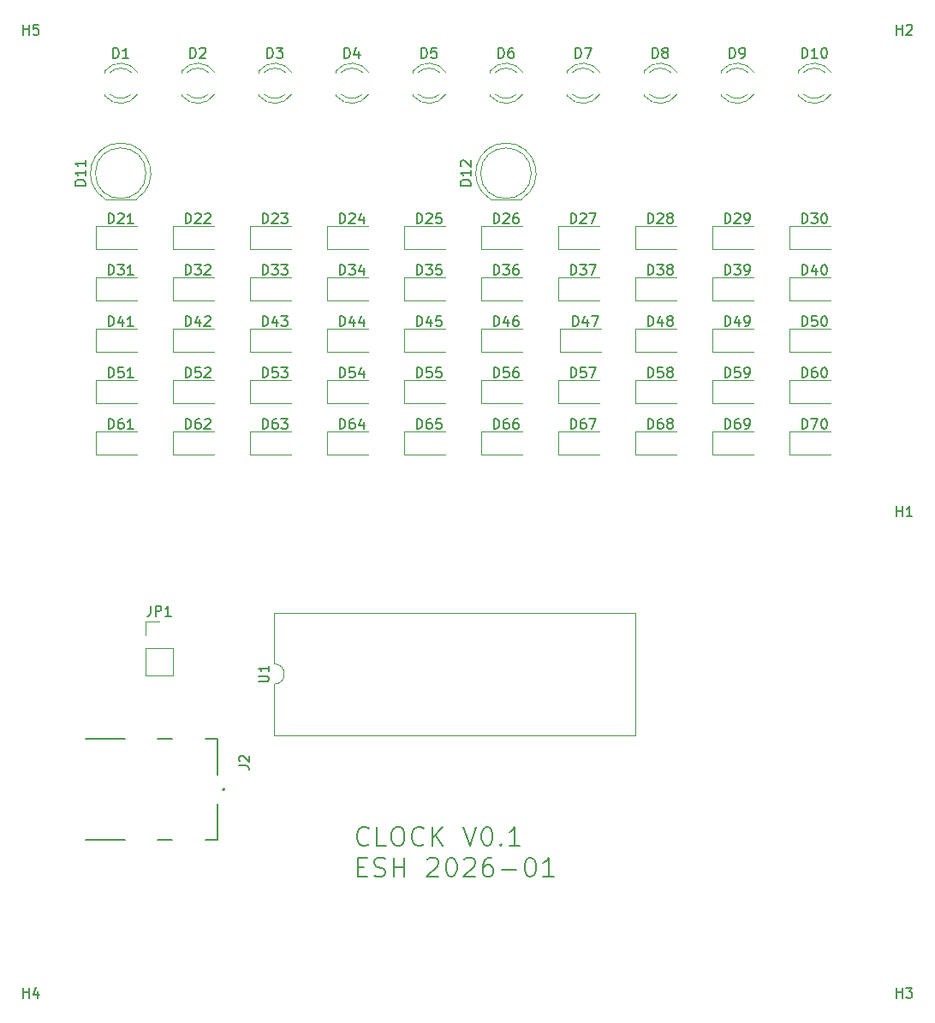
<source format=gbr>
%TF.GenerationSoftware,KiCad,Pcbnew,9.0.7-9.0.7~ubuntu24.04.1*%
%TF.CreationDate,2026-01-22T09:15:27-05:00*%
%TF.ProjectId,LED_proto_sector,4c45445f-7072-46f7-946f-5f736563746f,rev?*%
%TF.SameCoordinates,Original*%
%TF.FileFunction,Legend,Top*%
%TF.FilePolarity,Positive*%
%FSLAX46Y46*%
G04 Gerber Fmt 4.6, Leading zero omitted, Abs format (unit mm)*
G04 Created by KiCad (PCBNEW 9.0.7-9.0.7~ubuntu24.04.1) date 2026-01-22 09:15:27*
%MOMM*%
%LPD*%
G01*
G04 APERTURE LIST*
%ADD10C,0.203200*%
%ADD11C,0.150000*%
%ADD12C,0.120000*%
%ADD13C,0.127000*%
%ADD14C,0.200000*%
G04 APERTURE END LIST*
D10*
X176935826Y-137477925D02*
X176845112Y-137568640D01*
X176845112Y-137568640D02*
X176572969Y-137659354D01*
X176572969Y-137659354D02*
X176391541Y-137659354D01*
X176391541Y-137659354D02*
X176119398Y-137568640D01*
X176119398Y-137568640D02*
X175937969Y-137387211D01*
X175937969Y-137387211D02*
X175847255Y-137205782D01*
X175847255Y-137205782D02*
X175756541Y-136842925D01*
X175756541Y-136842925D02*
X175756541Y-136570782D01*
X175756541Y-136570782D02*
X175847255Y-136207925D01*
X175847255Y-136207925D02*
X175937969Y-136026497D01*
X175937969Y-136026497D02*
X176119398Y-135845068D01*
X176119398Y-135845068D02*
X176391541Y-135754354D01*
X176391541Y-135754354D02*
X176572969Y-135754354D01*
X176572969Y-135754354D02*
X176845112Y-135845068D01*
X176845112Y-135845068D02*
X176935826Y-135935782D01*
X178659398Y-137659354D02*
X177752255Y-137659354D01*
X177752255Y-137659354D02*
X177752255Y-135754354D01*
X179657255Y-135754354D02*
X180020112Y-135754354D01*
X180020112Y-135754354D02*
X180201541Y-135845068D01*
X180201541Y-135845068D02*
X180382969Y-136026497D01*
X180382969Y-136026497D02*
X180473684Y-136389354D01*
X180473684Y-136389354D02*
X180473684Y-137024354D01*
X180473684Y-137024354D02*
X180382969Y-137387211D01*
X180382969Y-137387211D02*
X180201541Y-137568640D01*
X180201541Y-137568640D02*
X180020112Y-137659354D01*
X180020112Y-137659354D02*
X179657255Y-137659354D01*
X179657255Y-137659354D02*
X179475827Y-137568640D01*
X179475827Y-137568640D02*
X179294398Y-137387211D01*
X179294398Y-137387211D02*
X179203684Y-137024354D01*
X179203684Y-137024354D02*
X179203684Y-136389354D01*
X179203684Y-136389354D02*
X179294398Y-136026497D01*
X179294398Y-136026497D02*
X179475827Y-135845068D01*
X179475827Y-135845068D02*
X179657255Y-135754354D01*
X182378683Y-137477925D02*
X182287969Y-137568640D01*
X182287969Y-137568640D02*
X182015826Y-137659354D01*
X182015826Y-137659354D02*
X181834398Y-137659354D01*
X181834398Y-137659354D02*
X181562255Y-137568640D01*
X181562255Y-137568640D02*
X181380826Y-137387211D01*
X181380826Y-137387211D02*
X181290112Y-137205782D01*
X181290112Y-137205782D02*
X181199398Y-136842925D01*
X181199398Y-136842925D02*
X181199398Y-136570782D01*
X181199398Y-136570782D02*
X181290112Y-136207925D01*
X181290112Y-136207925D02*
X181380826Y-136026497D01*
X181380826Y-136026497D02*
X181562255Y-135845068D01*
X181562255Y-135845068D02*
X181834398Y-135754354D01*
X181834398Y-135754354D02*
X182015826Y-135754354D01*
X182015826Y-135754354D02*
X182287969Y-135845068D01*
X182287969Y-135845068D02*
X182378683Y-135935782D01*
X183195112Y-137659354D02*
X183195112Y-135754354D01*
X184283683Y-137659354D02*
X183467255Y-136570782D01*
X184283683Y-135754354D02*
X183195112Y-136842925D01*
X186279398Y-135754354D02*
X186914398Y-137659354D01*
X186914398Y-137659354D02*
X187549398Y-135754354D01*
X188547255Y-135754354D02*
X188728684Y-135754354D01*
X188728684Y-135754354D02*
X188910112Y-135845068D01*
X188910112Y-135845068D02*
X189000827Y-135935782D01*
X189000827Y-135935782D02*
X189091541Y-136117211D01*
X189091541Y-136117211D02*
X189182255Y-136480068D01*
X189182255Y-136480068D02*
X189182255Y-136933640D01*
X189182255Y-136933640D02*
X189091541Y-137296497D01*
X189091541Y-137296497D02*
X189000827Y-137477925D01*
X189000827Y-137477925D02*
X188910112Y-137568640D01*
X188910112Y-137568640D02*
X188728684Y-137659354D01*
X188728684Y-137659354D02*
X188547255Y-137659354D01*
X188547255Y-137659354D02*
X188365827Y-137568640D01*
X188365827Y-137568640D02*
X188275112Y-137477925D01*
X188275112Y-137477925D02*
X188184398Y-137296497D01*
X188184398Y-137296497D02*
X188093684Y-136933640D01*
X188093684Y-136933640D02*
X188093684Y-136480068D01*
X188093684Y-136480068D02*
X188184398Y-136117211D01*
X188184398Y-136117211D02*
X188275112Y-135935782D01*
X188275112Y-135935782D02*
X188365827Y-135845068D01*
X188365827Y-135845068D02*
X188547255Y-135754354D01*
X189998684Y-137477925D02*
X190089398Y-137568640D01*
X190089398Y-137568640D02*
X189998684Y-137659354D01*
X189998684Y-137659354D02*
X189907970Y-137568640D01*
X189907970Y-137568640D02*
X189998684Y-137477925D01*
X189998684Y-137477925D02*
X189998684Y-137659354D01*
X191903684Y-137659354D02*
X190815113Y-137659354D01*
X191359398Y-137659354D02*
X191359398Y-135754354D01*
X191359398Y-135754354D02*
X191177970Y-136026497D01*
X191177970Y-136026497D02*
X190996541Y-136207925D01*
X190996541Y-136207925D02*
X190815113Y-136298640D01*
X175847255Y-139728440D02*
X176482255Y-139728440D01*
X176754398Y-140726297D02*
X175847255Y-140726297D01*
X175847255Y-140726297D02*
X175847255Y-138821297D01*
X175847255Y-138821297D02*
X176754398Y-138821297D01*
X177480112Y-140635583D02*
X177752255Y-140726297D01*
X177752255Y-140726297D02*
X178205826Y-140726297D01*
X178205826Y-140726297D02*
X178387255Y-140635583D01*
X178387255Y-140635583D02*
X178477969Y-140544868D01*
X178477969Y-140544868D02*
X178568683Y-140363440D01*
X178568683Y-140363440D02*
X178568683Y-140182011D01*
X178568683Y-140182011D02*
X178477969Y-140000583D01*
X178477969Y-140000583D02*
X178387255Y-139909868D01*
X178387255Y-139909868D02*
X178205826Y-139819154D01*
X178205826Y-139819154D02*
X177842969Y-139728440D01*
X177842969Y-139728440D02*
X177661540Y-139637725D01*
X177661540Y-139637725D02*
X177570826Y-139547011D01*
X177570826Y-139547011D02*
X177480112Y-139365583D01*
X177480112Y-139365583D02*
X177480112Y-139184154D01*
X177480112Y-139184154D02*
X177570826Y-139002725D01*
X177570826Y-139002725D02*
X177661540Y-138912011D01*
X177661540Y-138912011D02*
X177842969Y-138821297D01*
X177842969Y-138821297D02*
X178296540Y-138821297D01*
X178296540Y-138821297D02*
X178568683Y-138912011D01*
X179385112Y-140726297D02*
X179385112Y-138821297D01*
X179385112Y-139728440D02*
X180473683Y-139728440D01*
X180473683Y-140726297D02*
X180473683Y-138821297D01*
X182741541Y-139002725D02*
X182832255Y-138912011D01*
X182832255Y-138912011D02*
X183013684Y-138821297D01*
X183013684Y-138821297D02*
X183467255Y-138821297D01*
X183467255Y-138821297D02*
X183648684Y-138912011D01*
X183648684Y-138912011D02*
X183739398Y-139002725D01*
X183739398Y-139002725D02*
X183830112Y-139184154D01*
X183830112Y-139184154D02*
X183830112Y-139365583D01*
X183830112Y-139365583D02*
X183739398Y-139637725D01*
X183739398Y-139637725D02*
X182650826Y-140726297D01*
X182650826Y-140726297D02*
X183830112Y-140726297D01*
X185009398Y-138821297D02*
X185190827Y-138821297D01*
X185190827Y-138821297D02*
X185372255Y-138912011D01*
X185372255Y-138912011D02*
X185462970Y-139002725D01*
X185462970Y-139002725D02*
X185553684Y-139184154D01*
X185553684Y-139184154D02*
X185644398Y-139547011D01*
X185644398Y-139547011D02*
X185644398Y-140000583D01*
X185644398Y-140000583D02*
X185553684Y-140363440D01*
X185553684Y-140363440D02*
X185462970Y-140544868D01*
X185462970Y-140544868D02*
X185372255Y-140635583D01*
X185372255Y-140635583D02*
X185190827Y-140726297D01*
X185190827Y-140726297D02*
X185009398Y-140726297D01*
X185009398Y-140726297D02*
X184827970Y-140635583D01*
X184827970Y-140635583D02*
X184737255Y-140544868D01*
X184737255Y-140544868D02*
X184646541Y-140363440D01*
X184646541Y-140363440D02*
X184555827Y-140000583D01*
X184555827Y-140000583D02*
X184555827Y-139547011D01*
X184555827Y-139547011D02*
X184646541Y-139184154D01*
X184646541Y-139184154D02*
X184737255Y-139002725D01*
X184737255Y-139002725D02*
X184827970Y-138912011D01*
X184827970Y-138912011D02*
X185009398Y-138821297D01*
X186370113Y-139002725D02*
X186460827Y-138912011D01*
X186460827Y-138912011D02*
X186642256Y-138821297D01*
X186642256Y-138821297D02*
X187095827Y-138821297D01*
X187095827Y-138821297D02*
X187277256Y-138912011D01*
X187277256Y-138912011D02*
X187367970Y-139002725D01*
X187367970Y-139002725D02*
X187458684Y-139184154D01*
X187458684Y-139184154D02*
X187458684Y-139365583D01*
X187458684Y-139365583D02*
X187367970Y-139637725D01*
X187367970Y-139637725D02*
X186279398Y-140726297D01*
X186279398Y-140726297D02*
X187458684Y-140726297D01*
X189091542Y-138821297D02*
X188728684Y-138821297D01*
X188728684Y-138821297D02*
X188547256Y-138912011D01*
X188547256Y-138912011D02*
X188456542Y-139002725D01*
X188456542Y-139002725D02*
X188275113Y-139274868D01*
X188275113Y-139274868D02*
X188184399Y-139637725D01*
X188184399Y-139637725D02*
X188184399Y-140363440D01*
X188184399Y-140363440D02*
X188275113Y-140544868D01*
X188275113Y-140544868D02*
X188365827Y-140635583D01*
X188365827Y-140635583D02*
X188547256Y-140726297D01*
X188547256Y-140726297D02*
X188910113Y-140726297D01*
X188910113Y-140726297D02*
X189091542Y-140635583D01*
X189091542Y-140635583D02*
X189182256Y-140544868D01*
X189182256Y-140544868D02*
X189272970Y-140363440D01*
X189272970Y-140363440D02*
X189272970Y-139909868D01*
X189272970Y-139909868D02*
X189182256Y-139728440D01*
X189182256Y-139728440D02*
X189091542Y-139637725D01*
X189091542Y-139637725D02*
X188910113Y-139547011D01*
X188910113Y-139547011D02*
X188547256Y-139547011D01*
X188547256Y-139547011D02*
X188365827Y-139637725D01*
X188365827Y-139637725D02*
X188275113Y-139728440D01*
X188275113Y-139728440D02*
X188184399Y-139909868D01*
X190089399Y-140000583D02*
X191540828Y-140000583D01*
X192810827Y-138821297D02*
X192992256Y-138821297D01*
X192992256Y-138821297D02*
X193173684Y-138912011D01*
X193173684Y-138912011D02*
X193264399Y-139002725D01*
X193264399Y-139002725D02*
X193355113Y-139184154D01*
X193355113Y-139184154D02*
X193445827Y-139547011D01*
X193445827Y-139547011D02*
X193445827Y-140000583D01*
X193445827Y-140000583D02*
X193355113Y-140363440D01*
X193355113Y-140363440D02*
X193264399Y-140544868D01*
X193264399Y-140544868D02*
X193173684Y-140635583D01*
X193173684Y-140635583D02*
X192992256Y-140726297D01*
X192992256Y-140726297D02*
X192810827Y-140726297D01*
X192810827Y-140726297D02*
X192629399Y-140635583D01*
X192629399Y-140635583D02*
X192538684Y-140544868D01*
X192538684Y-140544868D02*
X192447970Y-140363440D01*
X192447970Y-140363440D02*
X192357256Y-140000583D01*
X192357256Y-140000583D02*
X192357256Y-139547011D01*
X192357256Y-139547011D02*
X192447970Y-139184154D01*
X192447970Y-139184154D02*
X192538684Y-139002725D01*
X192538684Y-139002725D02*
X192629399Y-138912011D01*
X192629399Y-138912011D02*
X192810827Y-138821297D01*
X195260113Y-140726297D02*
X194171542Y-140726297D01*
X194715827Y-140726297D02*
X194715827Y-138821297D01*
X194715827Y-138821297D02*
X194534399Y-139093440D01*
X194534399Y-139093440D02*
X194352970Y-139274868D01*
X194352970Y-139274868D02*
X194171542Y-139365583D01*
D11*
X142748095Y-57434819D02*
X142748095Y-56434819D01*
X142748095Y-56911009D02*
X143319523Y-56911009D01*
X143319523Y-57434819D02*
X143319523Y-56434819D01*
X144271904Y-56434819D02*
X143795714Y-56434819D01*
X143795714Y-56434819D02*
X143748095Y-56911009D01*
X143748095Y-56911009D02*
X143795714Y-56863390D01*
X143795714Y-56863390D02*
X143890952Y-56815771D01*
X143890952Y-56815771D02*
X144129047Y-56815771D01*
X144129047Y-56815771D02*
X144224285Y-56863390D01*
X144224285Y-56863390D02*
X144271904Y-56911009D01*
X144271904Y-56911009D02*
X144319523Y-57006247D01*
X144319523Y-57006247D02*
X144319523Y-57244342D01*
X144319523Y-57244342D02*
X144271904Y-57339580D01*
X144271904Y-57339580D02*
X144224285Y-57387200D01*
X144224285Y-57387200D02*
X144129047Y-57434819D01*
X144129047Y-57434819D02*
X143890952Y-57434819D01*
X143890952Y-57434819D02*
X143795714Y-57387200D01*
X143795714Y-57387200D02*
X143748095Y-57339580D01*
X155376666Y-113914819D02*
X155376666Y-114629104D01*
X155376666Y-114629104D02*
X155329047Y-114771961D01*
X155329047Y-114771961D02*
X155233809Y-114867200D01*
X155233809Y-114867200D02*
X155090952Y-114914819D01*
X155090952Y-114914819D02*
X154995714Y-114914819D01*
X155852857Y-114914819D02*
X155852857Y-113914819D01*
X155852857Y-113914819D02*
X156233809Y-113914819D01*
X156233809Y-113914819D02*
X156329047Y-113962438D01*
X156329047Y-113962438D02*
X156376666Y-114010057D01*
X156376666Y-114010057D02*
X156424285Y-114105295D01*
X156424285Y-114105295D02*
X156424285Y-114248152D01*
X156424285Y-114248152D02*
X156376666Y-114343390D01*
X156376666Y-114343390D02*
X156329047Y-114391009D01*
X156329047Y-114391009D02*
X156233809Y-114438628D01*
X156233809Y-114438628D02*
X155852857Y-114438628D01*
X157376666Y-114914819D02*
X156805238Y-114914819D01*
X157090952Y-114914819D02*
X157090952Y-113914819D01*
X157090952Y-113914819D02*
X156995714Y-114057676D01*
X156995714Y-114057676D02*
X156900476Y-114152914D01*
X156900476Y-114152914D02*
X156805238Y-114200533D01*
X181665714Y-76094819D02*
X181665714Y-75094819D01*
X181665714Y-75094819D02*
X181903809Y-75094819D01*
X181903809Y-75094819D02*
X182046666Y-75142438D01*
X182046666Y-75142438D02*
X182141904Y-75237676D01*
X182141904Y-75237676D02*
X182189523Y-75332914D01*
X182189523Y-75332914D02*
X182237142Y-75523390D01*
X182237142Y-75523390D02*
X182237142Y-75666247D01*
X182237142Y-75666247D02*
X182189523Y-75856723D01*
X182189523Y-75856723D02*
X182141904Y-75951961D01*
X182141904Y-75951961D02*
X182046666Y-76047200D01*
X182046666Y-76047200D02*
X181903809Y-76094819D01*
X181903809Y-76094819D02*
X181665714Y-76094819D01*
X182618095Y-75190057D02*
X182665714Y-75142438D01*
X182665714Y-75142438D02*
X182760952Y-75094819D01*
X182760952Y-75094819D02*
X182999047Y-75094819D01*
X182999047Y-75094819D02*
X183094285Y-75142438D01*
X183094285Y-75142438D02*
X183141904Y-75190057D01*
X183141904Y-75190057D02*
X183189523Y-75285295D01*
X183189523Y-75285295D02*
X183189523Y-75380533D01*
X183189523Y-75380533D02*
X183141904Y-75523390D01*
X183141904Y-75523390D02*
X182570476Y-76094819D01*
X182570476Y-76094819D02*
X183189523Y-76094819D01*
X184094285Y-75094819D02*
X183618095Y-75094819D01*
X183618095Y-75094819D02*
X183570476Y-75571009D01*
X183570476Y-75571009D02*
X183618095Y-75523390D01*
X183618095Y-75523390D02*
X183713333Y-75475771D01*
X183713333Y-75475771D02*
X183951428Y-75475771D01*
X183951428Y-75475771D02*
X184046666Y-75523390D01*
X184046666Y-75523390D02*
X184094285Y-75571009D01*
X184094285Y-75571009D02*
X184141904Y-75666247D01*
X184141904Y-75666247D02*
X184141904Y-75904342D01*
X184141904Y-75904342D02*
X184094285Y-75999580D01*
X184094285Y-75999580D02*
X184046666Y-76047200D01*
X184046666Y-76047200D02*
X183951428Y-76094819D01*
X183951428Y-76094819D02*
X183713333Y-76094819D01*
X183713333Y-76094819D02*
X183618095Y-76047200D01*
X183618095Y-76047200D02*
X183570476Y-75999580D01*
X229108095Y-105059819D02*
X229108095Y-104059819D01*
X229108095Y-104536009D02*
X229679523Y-104536009D01*
X229679523Y-105059819D02*
X229679523Y-104059819D01*
X230679523Y-105059819D02*
X230108095Y-105059819D01*
X230393809Y-105059819D02*
X230393809Y-104059819D01*
X230393809Y-104059819D02*
X230298571Y-104202676D01*
X230298571Y-104202676D02*
X230203333Y-104297914D01*
X230203333Y-104297914D02*
X230108095Y-104345533D01*
X181665714Y-81174819D02*
X181665714Y-80174819D01*
X181665714Y-80174819D02*
X181903809Y-80174819D01*
X181903809Y-80174819D02*
X182046666Y-80222438D01*
X182046666Y-80222438D02*
X182141904Y-80317676D01*
X182141904Y-80317676D02*
X182189523Y-80412914D01*
X182189523Y-80412914D02*
X182237142Y-80603390D01*
X182237142Y-80603390D02*
X182237142Y-80746247D01*
X182237142Y-80746247D02*
X182189523Y-80936723D01*
X182189523Y-80936723D02*
X182141904Y-81031961D01*
X182141904Y-81031961D02*
X182046666Y-81127200D01*
X182046666Y-81127200D02*
X181903809Y-81174819D01*
X181903809Y-81174819D02*
X181665714Y-81174819D01*
X182570476Y-80174819D02*
X183189523Y-80174819D01*
X183189523Y-80174819D02*
X182856190Y-80555771D01*
X182856190Y-80555771D02*
X182999047Y-80555771D01*
X182999047Y-80555771D02*
X183094285Y-80603390D01*
X183094285Y-80603390D02*
X183141904Y-80651009D01*
X183141904Y-80651009D02*
X183189523Y-80746247D01*
X183189523Y-80746247D02*
X183189523Y-80984342D01*
X183189523Y-80984342D02*
X183141904Y-81079580D01*
X183141904Y-81079580D02*
X183094285Y-81127200D01*
X183094285Y-81127200D02*
X182999047Y-81174819D01*
X182999047Y-81174819D02*
X182713333Y-81174819D01*
X182713333Y-81174819D02*
X182618095Y-81127200D01*
X182618095Y-81127200D02*
X182570476Y-81079580D01*
X184094285Y-80174819D02*
X183618095Y-80174819D01*
X183618095Y-80174819D02*
X183570476Y-80651009D01*
X183570476Y-80651009D02*
X183618095Y-80603390D01*
X183618095Y-80603390D02*
X183713333Y-80555771D01*
X183713333Y-80555771D02*
X183951428Y-80555771D01*
X183951428Y-80555771D02*
X184046666Y-80603390D01*
X184046666Y-80603390D02*
X184094285Y-80651009D01*
X184094285Y-80651009D02*
X184141904Y-80746247D01*
X184141904Y-80746247D02*
X184141904Y-80984342D01*
X184141904Y-80984342D02*
X184094285Y-81079580D01*
X184094285Y-81079580D02*
X184046666Y-81127200D01*
X184046666Y-81127200D02*
X183951428Y-81174819D01*
X183951428Y-81174819D02*
X183713333Y-81174819D01*
X183713333Y-81174819D02*
X183618095Y-81127200D01*
X183618095Y-81127200D02*
X183570476Y-81079580D01*
X166425714Y-96414819D02*
X166425714Y-95414819D01*
X166425714Y-95414819D02*
X166663809Y-95414819D01*
X166663809Y-95414819D02*
X166806666Y-95462438D01*
X166806666Y-95462438D02*
X166901904Y-95557676D01*
X166901904Y-95557676D02*
X166949523Y-95652914D01*
X166949523Y-95652914D02*
X166997142Y-95843390D01*
X166997142Y-95843390D02*
X166997142Y-95986247D01*
X166997142Y-95986247D02*
X166949523Y-96176723D01*
X166949523Y-96176723D02*
X166901904Y-96271961D01*
X166901904Y-96271961D02*
X166806666Y-96367200D01*
X166806666Y-96367200D02*
X166663809Y-96414819D01*
X166663809Y-96414819D02*
X166425714Y-96414819D01*
X167854285Y-95414819D02*
X167663809Y-95414819D01*
X167663809Y-95414819D02*
X167568571Y-95462438D01*
X167568571Y-95462438D02*
X167520952Y-95510057D01*
X167520952Y-95510057D02*
X167425714Y-95652914D01*
X167425714Y-95652914D02*
X167378095Y-95843390D01*
X167378095Y-95843390D02*
X167378095Y-96224342D01*
X167378095Y-96224342D02*
X167425714Y-96319580D01*
X167425714Y-96319580D02*
X167473333Y-96367200D01*
X167473333Y-96367200D02*
X167568571Y-96414819D01*
X167568571Y-96414819D02*
X167759047Y-96414819D01*
X167759047Y-96414819D02*
X167854285Y-96367200D01*
X167854285Y-96367200D02*
X167901904Y-96319580D01*
X167901904Y-96319580D02*
X167949523Y-96224342D01*
X167949523Y-96224342D02*
X167949523Y-95986247D01*
X167949523Y-95986247D02*
X167901904Y-95891009D01*
X167901904Y-95891009D02*
X167854285Y-95843390D01*
X167854285Y-95843390D02*
X167759047Y-95795771D01*
X167759047Y-95795771D02*
X167568571Y-95795771D01*
X167568571Y-95795771D02*
X167473333Y-95843390D01*
X167473333Y-95843390D02*
X167425714Y-95891009D01*
X167425714Y-95891009D02*
X167378095Y-95986247D01*
X168282857Y-95414819D02*
X168901904Y-95414819D01*
X168901904Y-95414819D02*
X168568571Y-95795771D01*
X168568571Y-95795771D02*
X168711428Y-95795771D01*
X168711428Y-95795771D02*
X168806666Y-95843390D01*
X168806666Y-95843390D02*
X168854285Y-95891009D01*
X168854285Y-95891009D02*
X168901904Y-95986247D01*
X168901904Y-95986247D02*
X168901904Y-96224342D01*
X168901904Y-96224342D02*
X168854285Y-96319580D01*
X168854285Y-96319580D02*
X168806666Y-96367200D01*
X168806666Y-96367200D02*
X168711428Y-96414819D01*
X168711428Y-96414819D02*
X168425714Y-96414819D01*
X168425714Y-96414819D02*
X168330476Y-96367200D01*
X168330476Y-96367200D02*
X168282857Y-96319580D01*
X189285714Y-91334819D02*
X189285714Y-90334819D01*
X189285714Y-90334819D02*
X189523809Y-90334819D01*
X189523809Y-90334819D02*
X189666666Y-90382438D01*
X189666666Y-90382438D02*
X189761904Y-90477676D01*
X189761904Y-90477676D02*
X189809523Y-90572914D01*
X189809523Y-90572914D02*
X189857142Y-90763390D01*
X189857142Y-90763390D02*
X189857142Y-90906247D01*
X189857142Y-90906247D02*
X189809523Y-91096723D01*
X189809523Y-91096723D02*
X189761904Y-91191961D01*
X189761904Y-91191961D02*
X189666666Y-91287200D01*
X189666666Y-91287200D02*
X189523809Y-91334819D01*
X189523809Y-91334819D02*
X189285714Y-91334819D01*
X190761904Y-90334819D02*
X190285714Y-90334819D01*
X190285714Y-90334819D02*
X190238095Y-90811009D01*
X190238095Y-90811009D02*
X190285714Y-90763390D01*
X190285714Y-90763390D02*
X190380952Y-90715771D01*
X190380952Y-90715771D02*
X190619047Y-90715771D01*
X190619047Y-90715771D02*
X190714285Y-90763390D01*
X190714285Y-90763390D02*
X190761904Y-90811009D01*
X190761904Y-90811009D02*
X190809523Y-90906247D01*
X190809523Y-90906247D02*
X190809523Y-91144342D01*
X190809523Y-91144342D02*
X190761904Y-91239580D01*
X190761904Y-91239580D02*
X190714285Y-91287200D01*
X190714285Y-91287200D02*
X190619047Y-91334819D01*
X190619047Y-91334819D02*
X190380952Y-91334819D01*
X190380952Y-91334819D02*
X190285714Y-91287200D01*
X190285714Y-91287200D02*
X190238095Y-91239580D01*
X191666666Y-90334819D02*
X191476190Y-90334819D01*
X191476190Y-90334819D02*
X191380952Y-90382438D01*
X191380952Y-90382438D02*
X191333333Y-90430057D01*
X191333333Y-90430057D02*
X191238095Y-90572914D01*
X191238095Y-90572914D02*
X191190476Y-90763390D01*
X191190476Y-90763390D02*
X191190476Y-91144342D01*
X191190476Y-91144342D02*
X191238095Y-91239580D01*
X191238095Y-91239580D02*
X191285714Y-91287200D01*
X191285714Y-91287200D02*
X191380952Y-91334819D01*
X191380952Y-91334819D02*
X191571428Y-91334819D01*
X191571428Y-91334819D02*
X191666666Y-91287200D01*
X191666666Y-91287200D02*
X191714285Y-91239580D01*
X191714285Y-91239580D02*
X191761904Y-91144342D01*
X191761904Y-91144342D02*
X191761904Y-90906247D01*
X191761904Y-90906247D02*
X191714285Y-90811009D01*
X191714285Y-90811009D02*
X191666666Y-90763390D01*
X191666666Y-90763390D02*
X191571428Y-90715771D01*
X191571428Y-90715771D02*
X191380952Y-90715771D01*
X191380952Y-90715771D02*
X191285714Y-90763390D01*
X191285714Y-90763390D02*
X191238095Y-90811009D01*
X191238095Y-90811009D02*
X191190476Y-90906247D01*
X212145714Y-96414819D02*
X212145714Y-95414819D01*
X212145714Y-95414819D02*
X212383809Y-95414819D01*
X212383809Y-95414819D02*
X212526666Y-95462438D01*
X212526666Y-95462438D02*
X212621904Y-95557676D01*
X212621904Y-95557676D02*
X212669523Y-95652914D01*
X212669523Y-95652914D02*
X212717142Y-95843390D01*
X212717142Y-95843390D02*
X212717142Y-95986247D01*
X212717142Y-95986247D02*
X212669523Y-96176723D01*
X212669523Y-96176723D02*
X212621904Y-96271961D01*
X212621904Y-96271961D02*
X212526666Y-96367200D01*
X212526666Y-96367200D02*
X212383809Y-96414819D01*
X212383809Y-96414819D02*
X212145714Y-96414819D01*
X213574285Y-95414819D02*
X213383809Y-95414819D01*
X213383809Y-95414819D02*
X213288571Y-95462438D01*
X213288571Y-95462438D02*
X213240952Y-95510057D01*
X213240952Y-95510057D02*
X213145714Y-95652914D01*
X213145714Y-95652914D02*
X213098095Y-95843390D01*
X213098095Y-95843390D02*
X213098095Y-96224342D01*
X213098095Y-96224342D02*
X213145714Y-96319580D01*
X213145714Y-96319580D02*
X213193333Y-96367200D01*
X213193333Y-96367200D02*
X213288571Y-96414819D01*
X213288571Y-96414819D02*
X213479047Y-96414819D01*
X213479047Y-96414819D02*
X213574285Y-96367200D01*
X213574285Y-96367200D02*
X213621904Y-96319580D01*
X213621904Y-96319580D02*
X213669523Y-96224342D01*
X213669523Y-96224342D02*
X213669523Y-95986247D01*
X213669523Y-95986247D02*
X213621904Y-95891009D01*
X213621904Y-95891009D02*
X213574285Y-95843390D01*
X213574285Y-95843390D02*
X213479047Y-95795771D01*
X213479047Y-95795771D02*
X213288571Y-95795771D01*
X213288571Y-95795771D02*
X213193333Y-95843390D01*
X213193333Y-95843390D02*
X213145714Y-95891009D01*
X213145714Y-95891009D02*
X213098095Y-95986247D01*
X214145714Y-96414819D02*
X214336190Y-96414819D01*
X214336190Y-96414819D02*
X214431428Y-96367200D01*
X214431428Y-96367200D02*
X214479047Y-96319580D01*
X214479047Y-96319580D02*
X214574285Y-96176723D01*
X214574285Y-96176723D02*
X214621904Y-95986247D01*
X214621904Y-95986247D02*
X214621904Y-95605295D01*
X214621904Y-95605295D02*
X214574285Y-95510057D01*
X214574285Y-95510057D02*
X214526666Y-95462438D01*
X214526666Y-95462438D02*
X214431428Y-95414819D01*
X214431428Y-95414819D02*
X214240952Y-95414819D01*
X214240952Y-95414819D02*
X214145714Y-95462438D01*
X214145714Y-95462438D02*
X214098095Y-95510057D01*
X214098095Y-95510057D02*
X214050476Y-95605295D01*
X214050476Y-95605295D02*
X214050476Y-95843390D01*
X214050476Y-95843390D02*
X214098095Y-95938628D01*
X214098095Y-95938628D02*
X214145714Y-95986247D01*
X214145714Y-95986247D02*
X214240952Y-96033866D01*
X214240952Y-96033866D02*
X214431428Y-96033866D01*
X214431428Y-96033866D02*
X214526666Y-95986247D01*
X214526666Y-95986247D02*
X214574285Y-95938628D01*
X214574285Y-95938628D02*
X214621904Y-95843390D01*
X142748095Y-152684819D02*
X142748095Y-151684819D01*
X142748095Y-152161009D02*
X143319523Y-152161009D01*
X143319523Y-152684819D02*
X143319523Y-151684819D01*
X144224285Y-152018152D02*
X144224285Y-152684819D01*
X143986190Y-151637200D02*
X143748095Y-152351485D01*
X143748095Y-152351485D02*
X144367142Y-152351485D01*
X212145714Y-91334819D02*
X212145714Y-90334819D01*
X212145714Y-90334819D02*
X212383809Y-90334819D01*
X212383809Y-90334819D02*
X212526666Y-90382438D01*
X212526666Y-90382438D02*
X212621904Y-90477676D01*
X212621904Y-90477676D02*
X212669523Y-90572914D01*
X212669523Y-90572914D02*
X212717142Y-90763390D01*
X212717142Y-90763390D02*
X212717142Y-90906247D01*
X212717142Y-90906247D02*
X212669523Y-91096723D01*
X212669523Y-91096723D02*
X212621904Y-91191961D01*
X212621904Y-91191961D02*
X212526666Y-91287200D01*
X212526666Y-91287200D02*
X212383809Y-91334819D01*
X212383809Y-91334819D02*
X212145714Y-91334819D01*
X213621904Y-90334819D02*
X213145714Y-90334819D01*
X213145714Y-90334819D02*
X213098095Y-90811009D01*
X213098095Y-90811009D02*
X213145714Y-90763390D01*
X213145714Y-90763390D02*
X213240952Y-90715771D01*
X213240952Y-90715771D02*
X213479047Y-90715771D01*
X213479047Y-90715771D02*
X213574285Y-90763390D01*
X213574285Y-90763390D02*
X213621904Y-90811009D01*
X213621904Y-90811009D02*
X213669523Y-90906247D01*
X213669523Y-90906247D02*
X213669523Y-91144342D01*
X213669523Y-91144342D02*
X213621904Y-91239580D01*
X213621904Y-91239580D02*
X213574285Y-91287200D01*
X213574285Y-91287200D02*
X213479047Y-91334819D01*
X213479047Y-91334819D02*
X213240952Y-91334819D01*
X213240952Y-91334819D02*
X213145714Y-91287200D01*
X213145714Y-91287200D02*
X213098095Y-91239580D01*
X214145714Y-91334819D02*
X214336190Y-91334819D01*
X214336190Y-91334819D02*
X214431428Y-91287200D01*
X214431428Y-91287200D02*
X214479047Y-91239580D01*
X214479047Y-91239580D02*
X214574285Y-91096723D01*
X214574285Y-91096723D02*
X214621904Y-90906247D01*
X214621904Y-90906247D02*
X214621904Y-90525295D01*
X214621904Y-90525295D02*
X214574285Y-90430057D01*
X214574285Y-90430057D02*
X214526666Y-90382438D01*
X214526666Y-90382438D02*
X214431428Y-90334819D01*
X214431428Y-90334819D02*
X214240952Y-90334819D01*
X214240952Y-90334819D02*
X214145714Y-90382438D01*
X214145714Y-90382438D02*
X214098095Y-90430057D01*
X214098095Y-90430057D02*
X214050476Y-90525295D01*
X214050476Y-90525295D02*
X214050476Y-90763390D01*
X214050476Y-90763390D02*
X214098095Y-90858628D01*
X214098095Y-90858628D02*
X214145714Y-90906247D01*
X214145714Y-90906247D02*
X214240952Y-90953866D01*
X214240952Y-90953866D02*
X214431428Y-90953866D01*
X214431428Y-90953866D02*
X214526666Y-90906247D01*
X214526666Y-90906247D02*
X214574285Y-90858628D01*
X214574285Y-90858628D02*
X214621904Y-90763390D01*
X151185714Y-76094819D02*
X151185714Y-75094819D01*
X151185714Y-75094819D02*
X151423809Y-75094819D01*
X151423809Y-75094819D02*
X151566666Y-75142438D01*
X151566666Y-75142438D02*
X151661904Y-75237676D01*
X151661904Y-75237676D02*
X151709523Y-75332914D01*
X151709523Y-75332914D02*
X151757142Y-75523390D01*
X151757142Y-75523390D02*
X151757142Y-75666247D01*
X151757142Y-75666247D02*
X151709523Y-75856723D01*
X151709523Y-75856723D02*
X151661904Y-75951961D01*
X151661904Y-75951961D02*
X151566666Y-76047200D01*
X151566666Y-76047200D02*
X151423809Y-76094819D01*
X151423809Y-76094819D02*
X151185714Y-76094819D01*
X152138095Y-75190057D02*
X152185714Y-75142438D01*
X152185714Y-75142438D02*
X152280952Y-75094819D01*
X152280952Y-75094819D02*
X152519047Y-75094819D01*
X152519047Y-75094819D02*
X152614285Y-75142438D01*
X152614285Y-75142438D02*
X152661904Y-75190057D01*
X152661904Y-75190057D02*
X152709523Y-75285295D01*
X152709523Y-75285295D02*
X152709523Y-75380533D01*
X152709523Y-75380533D02*
X152661904Y-75523390D01*
X152661904Y-75523390D02*
X152090476Y-76094819D01*
X152090476Y-76094819D02*
X152709523Y-76094819D01*
X153661904Y-76094819D02*
X153090476Y-76094819D01*
X153376190Y-76094819D02*
X153376190Y-75094819D01*
X153376190Y-75094819D02*
X153280952Y-75237676D01*
X153280952Y-75237676D02*
X153185714Y-75332914D01*
X153185714Y-75332914D02*
X153090476Y-75380533D01*
X166425714Y-81174819D02*
X166425714Y-80174819D01*
X166425714Y-80174819D02*
X166663809Y-80174819D01*
X166663809Y-80174819D02*
X166806666Y-80222438D01*
X166806666Y-80222438D02*
X166901904Y-80317676D01*
X166901904Y-80317676D02*
X166949523Y-80412914D01*
X166949523Y-80412914D02*
X166997142Y-80603390D01*
X166997142Y-80603390D02*
X166997142Y-80746247D01*
X166997142Y-80746247D02*
X166949523Y-80936723D01*
X166949523Y-80936723D02*
X166901904Y-81031961D01*
X166901904Y-81031961D02*
X166806666Y-81127200D01*
X166806666Y-81127200D02*
X166663809Y-81174819D01*
X166663809Y-81174819D02*
X166425714Y-81174819D01*
X167330476Y-80174819D02*
X167949523Y-80174819D01*
X167949523Y-80174819D02*
X167616190Y-80555771D01*
X167616190Y-80555771D02*
X167759047Y-80555771D01*
X167759047Y-80555771D02*
X167854285Y-80603390D01*
X167854285Y-80603390D02*
X167901904Y-80651009D01*
X167901904Y-80651009D02*
X167949523Y-80746247D01*
X167949523Y-80746247D02*
X167949523Y-80984342D01*
X167949523Y-80984342D02*
X167901904Y-81079580D01*
X167901904Y-81079580D02*
X167854285Y-81127200D01*
X167854285Y-81127200D02*
X167759047Y-81174819D01*
X167759047Y-81174819D02*
X167473333Y-81174819D01*
X167473333Y-81174819D02*
X167378095Y-81127200D01*
X167378095Y-81127200D02*
X167330476Y-81079580D01*
X168282857Y-80174819D02*
X168901904Y-80174819D01*
X168901904Y-80174819D02*
X168568571Y-80555771D01*
X168568571Y-80555771D02*
X168711428Y-80555771D01*
X168711428Y-80555771D02*
X168806666Y-80603390D01*
X168806666Y-80603390D02*
X168854285Y-80651009D01*
X168854285Y-80651009D02*
X168901904Y-80746247D01*
X168901904Y-80746247D02*
X168901904Y-80984342D01*
X168901904Y-80984342D02*
X168854285Y-81079580D01*
X168854285Y-81079580D02*
X168806666Y-81127200D01*
X168806666Y-81127200D02*
X168711428Y-81174819D01*
X168711428Y-81174819D02*
X168425714Y-81174819D01*
X168425714Y-81174819D02*
X168330476Y-81127200D01*
X168330476Y-81127200D02*
X168282857Y-81079580D01*
X219765714Y-96414819D02*
X219765714Y-95414819D01*
X219765714Y-95414819D02*
X220003809Y-95414819D01*
X220003809Y-95414819D02*
X220146666Y-95462438D01*
X220146666Y-95462438D02*
X220241904Y-95557676D01*
X220241904Y-95557676D02*
X220289523Y-95652914D01*
X220289523Y-95652914D02*
X220337142Y-95843390D01*
X220337142Y-95843390D02*
X220337142Y-95986247D01*
X220337142Y-95986247D02*
X220289523Y-96176723D01*
X220289523Y-96176723D02*
X220241904Y-96271961D01*
X220241904Y-96271961D02*
X220146666Y-96367200D01*
X220146666Y-96367200D02*
X220003809Y-96414819D01*
X220003809Y-96414819D02*
X219765714Y-96414819D01*
X220670476Y-95414819D02*
X221337142Y-95414819D01*
X221337142Y-95414819D02*
X220908571Y-96414819D01*
X221908571Y-95414819D02*
X222003809Y-95414819D01*
X222003809Y-95414819D02*
X222099047Y-95462438D01*
X222099047Y-95462438D02*
X222146666Y-95510057D01*
X222146666Y-95510057D02*
X222194285Y-95605295D01*
X222194285Y-95605295D02*
X222241904Y-95795771D01*
X222241904Y-95795771D02*
X222241904Y-96033866D01*
X222241904Y-96033866D02*
X222194285Y-96224342D01*
X222194285Y-96224342D02*
X222146666Y-96319580D01*
X222146666Y-96319580D02*
X222099047Y-96367200D01*
X222099047Y-96367200D02*
X222003809Y-96414819D01*
X222003809Y-96414819D02*
X221908571Y-96414819D01*
X221908571Y-96414819D02*
X221813333Y-96367200D01*
X221813333Y-96367200D02*
X221765714Y-96319580D01*
X221765714Y-96319580D02*
X221718095Y-96224342D01*
X221718095Y-96224342D02*
X221670476Y-96033866D01*
X221670476Y-96033866D02*
X221670476Y-95795771D01*
X221670476Y-95795771D02*
X221718095Y-95605295D01*
X221718095Y-95605295D02*
X221765714Y-95510057D01*
X221765714Y-95510057D02*
X221813333Y-95462438D01*
X221813333Y-95462438D02*
X221908571Y-95414819D01*
X151185714Y-96414819D02*
X151185714Y-95414819D01*
X151185714Y-95414819D02*
X151423809Y-95414819D01*
X151423809Y-95414819D02*
X151566666Y-95462438D01*
X151566666Y-95462438D02*
X151661904Y-95557676D01*
X151661904Y-95557676D02*
X151709523Y-95652914D01*
X151709523Y-95652914D02*
X151757142Y-95843390D01*
X151757142Y-95843390D02*
X151757142Y-95986247D01*
X151757142Y-95986247D02*
X151709523Y-96176723D01*
X151709523Y-96176723D02*
X151661904Y-96271961D01*
X151661904Y-96271961D02*
X151566666Y-96367200D01*
X151566666Y-96367200D02*
X151423809Y-96414819D01*
X151423809Y-96414819D02*
X151185714Y-96414819D01*
X152614285Y-95414819D02*
X152423809Y-95414819D01*
X152423809Y-95414819D02*
X152328571Y-95462438D01*
X152328571Y-95462438D02*
X152280952Y-95510057D01*
X152280952Y-95510057D02*
X152185714Y-95652914D01*
X152185714Y-95652914D02*
X152138095Y-95843390D01*
X152138095Y-95843390D02*
X152138095Y-96224342D01*
X152138095Y-96224342D02*
X152185714Y-96319580D01*
X152185714Y-96319580D02*
X152233333Y-96367200D01*
X152233333Y-96367200D02*
X152328571Y-96414819D01*
X152328571Y-96414819D02*
X152519047Y-96414819D01*
X152519047Y-96414819D02*
X152614285Y-96367200D01*
X152614285Y-96367200D02*
X152661904Y-96319580D01*
X152661904Y-96319580D02*
X152709523Y-96224342D01*
X152709523Y-96224342D02*
X152709523Y-95986247D01*
X152709523Y-95986247D02*
X152661904Y-95891009D01*
X152661904Y-95891009D02*
X152614285Y-95843390D01*
X152614285Y-95843390D02*
X152519047Y-95795771D01*
X152519047Y-95795771D02*
X152328571Y-95795771D01*
X152328571Y-95795771D02*
X152233333Y-95843390D01*
X152233333Y-95843390D02*
X152185714Y-95891009D01*
X152185714Y-95891009D02*
X152138095Y-95986247D01*
X153661904Y-96414819D02*
X153090476Y-96414819D01*
X153376190Y-96414819D02*
X153376190Y-95414819D01*
X153376190Y-95414819D02*
X153280952Y-95557676D01*
X153280952Y-95557676D02*
X153185714Y-95652914D01*
X153185714Y-95652914D02*
X153090476Y-95700533D01*
X219765714Y-59724819D02*
X219765714Y-58724819D01*
X219765714Y-58724819D02*
X220003809Y-58724819D01*
X220003809Y-58724819D02*
X220146666Y-58772438D01*
X220146666Y-58772438D02*
X220241904Y-58867676D01*
X220241904Y-58867676D02*
X220289523Y-58962914D01*
X220289523Y-58962914D02*
X220337142Y-59153390D01*
X220337142Y-59153390D02*
X220337142Y-59296247D01*
X220337142Y-59296247D02*
X220289523Y-59486723D01*
X220289523Y-59486723D02*
X220241904Y-59581961D01*
X220241904Y-59581961D02*
X220146666Y-59677200D01*
X220146666Y-59677200D02*
X220003809Y-59724819D01*
X220003809Y-59724819D02*
X219765714Y-59724819D01*
X221289523Y-59724819D02*
X220718095Y-59724819D01*
X221003809Y-59724819D02*
X221003809Y-58724819D01*
X221003809Y-58724819D02*
X220908571Y-58867676D01*
X220908571Y-58867676D02*
X220813333Y-58962914D01*
X220813333Y-58962914D02*
X220718095Y-59010533D01*
X221908571Y-58724819D02*
X222003809Y-58724819D01*
X222003809Y-58724819D02*
X222099047Y-58772438D01*
X222099047Y-58772438D02*
X222146666Y-58820057D01*
X222146666Y-58820057D02*
X222194285Y-58915295D01*
X222194285Y-58915295D02*
X222241904Y-59105771D01*
X222241904Y-59105771D02*
X222241904Y-59343866D01*
X222241904Y-59343866D02*
X222194285Y-59534342D01*
X222194285Y-59534342D02*
X222146666Y-59629580D01*
X222146666Y-59629580D02*
X222099047Y-59677200D01*
X222099047Y-59677200D02*
X222003809Y-59724819D01*
X222003809Y-59724819D02*
X221908571Y-59724819D01*
X221908571Y-59724819D02*
X221813333Y-59677200D01*
X221813333Y-59677200D02*
X221765714Y-59629580D01*
X221765714Y-59629580D02*
X221718095Y-59534342D01*
X221718095Y-59534342D02*
X221670476Y-59343866D01*
X221670476Y-59343866D02*
X221670476Y-59105771D01*
X221670476Y-59105771D02*
X221718095Y-58915295D01*
X221718095Y-58915295D02*
X221765714Y-58820057D01*
X221765714Y-58820057D02*
X221813333Y-58772438D01*
X221813333Y-58772438D02*
X221908571Y-58724819D01*
X219765714Y-81174819D02*
X219765714Y-80174819D01*
X219765714Y-80174819D02*
X220003809Y-80174819D01*
X220003809Y-80174819D02*
X220146666Y-80222438D01*
X220146666Y-80222438D02*
X220241904Y-80317676D01*
X220241904Y-80317676D02*
X220289523Y-80412914D01*
X220289523Y-80412914D02*
X220337142Y-80603390D01*
X220337142Y-80603390D02*
X220337142Y-80746247D01*
X220337142Y-80746247D02*
X220289523Y-80936723D01*
X220289523Y-80936723D02*
X220241904Y-81031961D01*
X220241904Y-81031961D02*
X220146666Y-81127200D01*
X220146666Y-81127200D02*
X220003809Y-81174819D01*
X220003809Y-81174819D02*
X219765714Y-81174819D01*
X221194285Y-80508152D02*
X221194285Y-81174819D01*
X220956190Y-80127200D02*
X220718095Y-80841485D01*
X220718095Y-80841485D02*
X221337142Y-80841485D01*
X221908571Y-80174819D02*
X222003809Y-80174819D01*
X222003809Y-80174819D02*
X222099047Y-80222438D01*
X222099047Y-80222438D02*
X222146666Y-80270057D01*
X222146666Y-80270057D02*
X222194285Y-80365295D01*
X222194285Y-80365295D02*
X222241904Y-80555771D01*
X222241904Y-80555771D02*
X222241904Y-80793866D01*
X222241904Y-80793866D02*
X222194285Y-80984342D01*
X222194285Y-80984342D02*
X222146666Y-81079580D01*
X222146666Y-81079580D02*
X222099047Y-81127200D01*
X222099047Y-81127200D02*
X222003809Y-81174819D01*
X222003809Y-81174819D02*
X221908571Y-81174819D01*
X221908571Y-81174819D02*
X221813333Y-81127200D01*
X221813333Y-81127200D02*
X221765714Y-81079580D01*
X221765714Y-81079580D02*
X221718095Y-80984342D01*
X221718095Y-80984342D02*
X221670476Y-80793866D01*
X221670476Y-80793866D02*
X221670476Y-80555771D01*
X221670476Y-80555771D02*
X221718095Y-80365295D01*
X221718095Y-80365295D02*
X221765714Y-80270057D01*
X221765714Y-80270057D02*
X221813333Y-80222438D01*
X221813333Y-80222438D02*
X221908571Y-80174819D01*
X151185714Y-81174819D02*
X151185714Y-80174819D01*
X151185714Y-80174819D02*
X151423809Y-80174819D01*
X151423809Y-80174819D02*
X151566666Y-80222438D01*
X151566666Y-80222438D02*
X151661904Y-80317676D01*
X151661904Y-80317676D02*
X151709523Y-80412914D01*
X151709523Y-80412914D02*
X151757142Y-80603390D01*
X151757142Y-80603390D02*
X151757142Y-80746247D01*
X151757142Y-80746247D02*
X151709523Y-80936723D01*
X151709523Y-80936723D02*
X151661904Y-81031961D01*
X151661904Y-81031961D02*
X151566666Y-81127200D01*
X151566666Y-81127200D02*
X151423809Y-81174819D01*
X151423809Y-81174819D02*
X151185714Y-81174819D01*
X152090476Y-80174819D02*
X152709523Y-80174819D01*
X152709523Y-80174819D02*
X152376190Y-80555771D01*
X152376190Y-80555771D02*
X152519047Y-80555771D01*
X152519047Y-80555771D02*
X152614285Y-80603390D01*
X152614285Y-80603390D02*
X152661904Y-80651009D01*
X152661904Y-80651009D02*
X152709523Y-80746247D01*
X152709523Y-80746247D02*
X152709523Y-80984342D01*
X152709523Y-80984342D02*
X152661904Y-81079580D01*
X152661904Y-81079580D02*
X152614285Y-81127200D01*
X152614285Y-81127200D02*
X152519047Y-81174819D01*
X152519047Y-81174819D02*
X152233333Y-81174819D01*
X152233333Y-81174819D02*
X152138095Y-81127200D01*
X152138095Y-81127200D02*
X152090476Y-81079580D01*
X153661904Y-81174819D02*
X153090476Y-81174819D01*
X153376190Y-81174819D02*
X153376190Y-80174819D01*
X153376190Y-80174819D02*
X153280952Y-80317676D01*
X153280952Y-80317676D02*
X153185714Y-80412914D01*
X153185714Y-80412914D02*
X153090476Y-80460533D01*
X204525714Y-91334819D02*
X204525714Y-90334819D01*
X204525714Y-90334819D02*
X204763809Y-90334819D01*
X204763809Y-90334819D02*
X204906666Y-90382438D01*
X204906666Y-90382438D02*
X205001904Y-90477676D01*
X205001904Y-90477676D02*
X205049523Y-90572914D01*
X205049523Y-90572914D02*
X205097142Y-90763390D01*
X205097142Y-90763390D02*
X205097142Y-90906247D01*
X205097142Y-90906247D02*
X205049523Y-91096723D01*
X205049523Y-91096723D02*
X205001904Y-91191961D01*
X205001904Y-91191961D02*
X204906666Y-91287200D01*
X204906666Y-91287200D02*
X204763809Y-91334819D01*
X204763809Y-91334819D02*
X204525714Y-91334819D01*
X206001904Y-90334819D02*
X205525714Y-90334819D01*
X205525714Y-90334819D02*
X205478095Y-90811009D01*
X205478095Y-90811009D02*
X205525714Y-90763390D01*
X205525714Y-90763390D02*
X205620952Y-90715771D01*
X205620952Y-90715771D02*
X205859047Y-90715771D01*
X205859047Y-90715771D02*
X205954285Y-90763390D01*
X205954285Y-90763390D02*
X206001904Y-90811009D01*
X206001904Y-90811009D02*
X206049523Y-90906247D01*
X206049523Y-90906247D02*
X206049523Y-91144342D01*
X206049523Y-91144342D02*
X206001904Y-91239580D01*
X206001904Y-91239580D02*
X205954285Y-91287200D01*
X205954285Y-91287200D02*
X205859047Y-91334819D01*
X205859047Y-91334819D02*
X205620952Y-91334819D01*
X205620952Y-91334819D02*
X205525714Y-91287200D01*
X205525714Y-91287200D02*
X205478095Y-91239580D01*
X206620952Y-90763390D02*
X206525714Y-90715771D01*
X206525714Y-90715771D02*
X206478095Y-90668152D01*
X206478095Y-90668152D02*
X206430476Y-90572914D01*
X206430476Y-90572914D02*
X206430476Y-90525295D01*
X206430476Y-90525295D02*
X206478095Y-90430057D01*
X206478095Y-90430057D02*
X206525714Y-90382438D01*
X206525714Y-90382438D02*
X206620952Y-90334819D01*
X206620952Y-90334819D02*
X206811428Y-90334819D01*
X206811428Y-90334819D02*
X206906666Y-90382438D01*
X206906666Y-90382438D02*
X206954285Y-90430057D01*
X206954285Y-90430057D02*
X207001904Y-90525295D01*
X207001904Y-90525295D02*
X207001904Y-90572914D01*
X207001904Y-90572914D02*
X206954285Y-90668152D01*
X206954285Y-90668152D02*
X206906666Y-90715771D01*
X206906666Y-90715771D02*
X206811428Y-90763390D01*
X206811428Y-90763390D02*
X206620952Y-90763390D01*
X206620952Y-90763390D02*
X206525714Y-90811009D01*
X206525714Y-90811009D02*
X206478095Y-90858628D01*
X206478095Y-90858628D02*
X206430476Y-90953866D01*
X206430476Y-90953866D02*
X206430476Y-91144342D01*
X206430476Y-91144342D02*
X206478095Y-91239580D01*
X206478095Y-91239580D02*
X206525714Y-91287200D01*
X206525714Y-91287200D02*
X206620952Y-91334819D01*
X206620952Y-91334819D02*
X206811428Y-91334819D01*
X206811428Y-91334819D02*
X206906666Y-91287200D01*
X206906666Y-91287200D02*
X206954285Y-91239580D01*
X206954285Y-91239580D02*
X207001904Y-91144342D01*
X207001904Y-91144342D02*
X207001904Y-90953866D01*
X207001904Y-90953866D02*
X206954285Y-90858628D01*
X206954285Y-90858628D02*
X206906666Y-90811009D01*
X206906666Y-90811009D02*
X206811428Y-90763390D01*
X174521905Y-59724819D02*
X174521905Y-58724819D01*
X174521905Y-58724819D02*
X174760000Y-58724819D01*
X174760000Y-58724819D02*
X174902857Y-58772438D01*
X174902857Y-58772438D02*
X174998095Y-58867676D01*
X174998095Y-58867676D02*
X175045714Y-58962914D01*
X175045714Y-58962914D02*
X175093333Y-59153390D01*
X175093333Y-59153390D02*
X175093333Y-59296247D01*
X175093333Y-59296247D02*
X175045714Y-59486723D01*
X175045714Y-59486723D02*
X174998095Y-59581961D01*
X174998095Y-59581961D02*
X174902857Y-59677200D01*
X174902857Y-59677200D02*
X174760000Y-59724819D01*
X174760000Y-59724819D02*
X174521905Y-59724819D01*
X175950476Y-59058152D02*
X175950476Y-59724819D01*
X175712381Y-58677200D02*
X175474286Y-59391485D01*
X175474286Y-59391485D02*
X176093333Y-59391485D01*
X212145714Y-86254819D02*
X212145714Y-85254819D01*
X212145714Y-85254819D02*
X212383809Y-85254819D01*
X212383809Y-85254819D02*
X212526666Y-85302438D01*
X212526666Y-85302438D02*
X212621904Y-85397676D01*
X212621904Y-85397676D02*
X212669523Y-85492914D01*
X212669523Y-85492914D02*
X212717142Y-85683390D01*
X212717142Y-85683390D02*
X212717142Y-85826247D01*
X212717142Y-85826247D02*
X212669523Y-86016723D01*
X212669523Y-86016723D02*
X212621904Y-86111961D01*
X212621904Y-86111961D02*
X212526666Y-86207200D01*
X212526666Y-86207200D02*
X212383809Y-86254819D01*
X212383809Y-86254819D02*
X212145714Y-86254819D01*
X213574285Y-85588152D02*
X213574285Y-86254819D01*
X213336190Y-85207200D02*
X213098095Y-85921485D01*
X213098095Y-85921485D02*
X213717142Y-85921485D01*
X214145714Y-86254819D02*
X214336190Y-86254819D01*
X214336190Y-86254819D02*
X214431428Y-86207200D01*
X214431428Y-86207200D02*
X214479047Y-86159580D01*
X214479047Y-86159580D02*
X214574285Y-86016723D01*
X214574285Y-86016723D02*
X214621904Y-85826247D01*
X214621904Y-85826247D02*
X214621904Y-85445295D01*
X214621904Y-85445295D02*
X214574285Y-85350057D01*
X214574285Y-85350057D02*
X214526666Y-85302438D01*
X214526666Y-85302438D02*
X214431428Y-85254819D01*
X214431428Y-85254819D02*
X214240952Y-85254819D01*
X214240952Y-85254819D02*
X214145714Y-85302438D01*
X214145714Y-85302438D02*
X214098095Y-85350057D01*
X214098095Y-85350057D02*
X214050476Y-85445295D01*
X214050476Y-85445295D02*
X214050476Y-85683390D01*
X214050476Y-85683390D02*
X214098095Y-85778628D01*
X214098095Y-85778628D02*
X214145714Y-85826247D01*
X214145714Y-85826247D02*
X214240952Y-85873866D01*
X214240952Y-85873866D02*
X214431428Y-85873866D01*
X214431428Y-85873866D02*
X214526666Y-85826247D01*
X214526666Y-85826247D02*
X214574285Y-85778628D01*
X214574285Y-85778628D02*
X214621904Y-85683390D01*
X229108095Y-152684819D02*
X229108095Y-151684819D01*
X229108095Y-152161009D02*
X229679523Y-152161009D01*
X229679523Y-152684819D02*
X229679523Y-151684819D01*
X230060476Y-151684819D02*
X230679523Y-151684819D01*
X230679523Y-151684819D02*
X230346190Y-152065771D01*
X230346190Y-152065771D02*
X230489047Y-152065771D01*
X230489047Y-152065771D02*
X230584285Y-152113390D01*
X230584285Y-152113390D02*
X230631904Y-152161009D01*
X230631904Y-152161009D02*
X230679523Y-152256247D01*
X230679523Y-152256247D02*
X230679523Y-152494342D01*
X230679523Y-152494342D02*
X230631904Y-152589580D01*
X230631904Y-152589580D02*
X230584285Y-152637200D01*
X230584285Y-152637200D02*
X230489047Y-152684819D01*
X230489047Y-152684819D02*
X230203333Y-152684819D01*
X230203333Y-152684819D02*
X230108095Y-152637200D01*
X230108095Y-152637200D02*
X230060476Y-152589580D01*
X189285714Y-76094819D02*
X189285714Y-75094819D01*
X189285714Y-75094819D02*
X189523809Y-75094819D01*
X189523809Y-75094819D02*
X189666666Y-75142438D01*
X189666666Y-75142438D02*
X189761904Y-75237676D01*
X189761904Y-75237676D02*
X189809523Y-75332914D01*
X189809523Y-75332914D02*
X189857142Y-75523390D01*
X189857142Y-75523390D02*
X189857142Y-75666247D01*
X189857142Y-75666247D02*
X189809523Y-75856723D01*
X189809523Y-75856723D02*
X189761904Y-75951961D01*
X189761904Y-75951961D02*
X189666666Y-76047200D01*
X189666666Y-76047200D02*
X189523809Y-76094819D01*
X189523809Y-76094819D02*
X189285714Y-76094819D01*
X190238095Y-75190057D02*
X190285714Y-75142438D01*
X190285714Y-75142438D02*
X190380952Y-75094819D01*
X190380952Y-75094819D02*
X190619047Y-75094819D01*
X190619047Y-75094819D02*
X190714285Y-75142438D01*
X190714285Y-75142438D02*
X190761904Y-75190057D01*
X190761904Y-75190057D02*
X190809523Y-75285295D01*
X190809523Y-75285295D02*
X190809523Y-75380533D01*
X190809523Y-75380533D02*
X190761904Y-75523390D01*
X190761904Y-75523390D02*
X190190476Y-76094819D01*
X190190476Y-76094819D02*
X190809523Y-76094819D01*
X191666666Y-75094819D02*
X191476190Y-75094819D01*
X191476190Y-75094819D02*
X191380952Y-75142438D01*
X191380952Y-75142438D02*
X191333333Y-75190057D01*
X191333333Y-75190057D02*
X191238095Y-75332914D01*
X191238095Y-75332914D02*
X191190476Y-75523390D01*
X191190476Y-75523390D02*
X191190476Y-75904342D01*
X191190476Y-75904342D02*
X191238095Y-75999580D01*
X191238095Y-75999580D02*
X191285714Y-76047200D01*
X191285714Y-76047200D02*
X191380952Y-76094819D01*
X191380952Y-76094819D02*
X191571428Y-76094819D01*
X191571428Y-76094819D02*
X191666666Y-76047200D01*
X191666666Y-76047200D02*
X191714285Y-75999580D01*
X191714285Y-75999580D02*
X191761904Y-75904342D01*
X191761904Y-75904342D02*
X191761904Y-75666247D01*
X191761904Y-75666247D02*
X191714285Y-75571009D01*
X191714285Y-75571009D02*
X191666666Y-75523390D01*
X191666666Y-75523390D02*
X191571428Y-75475771D01*
X191571428Y-75475771D02*
X191380952Y-75475771D01*
X191380952Y-75475771D02*
X191285714Y-75523390D01*
X191285714Y-75523390D02*
X191238095Y-75571009D01*
X191238095Y-75571009D02*
X191190476Y-75666247D01*
X204525714Y-96414819D02*
X204525714Y-95414819D01*
X204525714Y-95414819D02*
X204763809Y-95414819D01*
X204763809Y-95414819D02*
X204906666Y-95462438D01*
X204906666Y-95462438D02*
X205001904Y-95557676D01*
X205001904Y-95557676D02*
X205049523Y-95652914D01*
X205049523Y-95652914D02*
X205097142Y-95843390D01*
X205097142Y-95843390D02*
X205097142Y-95986247D01*
X205097142Y-95986247D02*
X205049523Y-96176723D01*
X205049523Y-96176723D02*
X205001904Y-96271961D01*
X205001904Y-96271961D02*
X204906666Y-96367200D01*
X204906666Y-96367200D02*
X204763809Y-96414819D01*
X204763809Y-96414819D02*
X204525714Y-96414819D01*
X205954285Y-95414819D02*
X205763809Y-95414819D01*
X205763809Y-95414819D02*
X205668571Y-95462438D01*
X205668571Y-95462438D02*
X205620952Y-95510057D01*
X205620952Y-95510057D02*
X205525714Y-95652914D01*
X205525714Y-95652914D02*
X205478095Y-95843390D01*
X205478095Y-95843390D02*
X205478095Y-96224342D01*
X205478095Y-96224342D02*
X205525714Y-96319580D01*
X205525714Y-96319580D02*
X205573333Y-96367200D01*
X205573333Y-96367200D02*
X205668571Y-96414819D01*
X205668571Y-96414819D02*
X205859047Y-96414819D01*
X205859047Y-96414819D02*
X205954285Y-96367200D01*
X205954285Y-96367200D02*
X206001904Y-96319580D01*
X206001904Y-96319580D02*
X206049523Y-96224342D01*
X206049523Y-96224342D02*
X206049523Y-95986247D01*
X206049523Y-95986247D02*
X206001904Y-95891009D01*
X206001904Y-95891009D02*
X205954285Y-95843390D01*
X205954285Y-95843390D02*
X205859047Y-95795771D01*
X205859047Y-95795771D02*
X205668571Y-95795771D01*
X205668571Y-95795771D02*
X205573333Y-95843390D01*
X205573333Y-95843390D02*
X205525714Y-95891009D01*
X205525714Y-95891009D02*
X205478095Y-95986247D01*
X206620952Y-95843390D02*
X206525714Y-95795771D01*
X206525714Y-95795771D02*
X206478095Y-95748152D01*
X206478095Y-95748152D02*
X206430476Y-95652914D01*
X206430476Y-95652914D02*
X206430476Y-95605295D01*
X206430476Y-95605295D02*
X206478095Y-95510057D01*
X206478095Y-95510057D02*
X206525714Y-95462438D01*
X206525714Y-95462438D02*
X206620952Y-95414819D01*
X206620952Y-95414819D02*
X206811428Y-95414819D01*
X206811428Y-95414819D02*
X206906666Y-95462438D01*
X206906666Y-95462438D02*
X206954285Y-95510057D01*
X206954285Y-95510057D02*
X207001904Y-95605295D01*
X207001904Y-95605295D02*
X207001904Y-95652914D01*
X207001904Y-95652914D02*
X206954285Y-95748152D01*
X206954285Y-95748152D02*
X206906666Y-95795771D01*
X206906666Y-95795771D02*
X206811428Y-95843390D01*
X206811428Y-95843390D02*
X206620952Y-95843390D01*
X206620952Y-95843390D02*
X206525714Y-95891009D01*
X206525714Y-95891009D02*
X206478095Y-95938628D01*
X206478095Y-95938628D02*
X206430476Y-96033866D01*
X206430476Y-96033866D02*
X206430476Y-96224342D01*
X206430476Y-96224342D02*
X206478095Y-96319580D01*
X206478095Y-96319580D02*
X206525714Y-96367200D01*
X206525714Y-96367200D02*
X206620952Y-96414819D01*
X206620952Y-96414819D02*
X206811428Y-96414819D01*
X206811428Y-96414819D02*
X206906666Y-96367200D01*
X206906666Y-96367200D02*
X206954285Y-96319580D01*
X206954285Y-96319580D02*
X207001904Y-96224342D01*
X207001904Y-96224342D02*
X207001904Y-96033866D01*
X207001904Y-96033866D02*
X206954285Y-95938628D01*
X206954285Y-95938628D02*
X206906666Y-95891009D01*
X206906666Y-95891009D02*
X206811428Y-95843390D01*
X229108095Y-57434819D02*
X229108095Y-56434819D01*
X229108095Y-56911009D02*
X229679523Y-56911009D01*
X229679523Y-57434819D02*
X229679523Y-56434819D01*
X230108095Y-56530057D02*
X230155714Y-56482438D01*
X230155714Y-56482438D02*
X230250952Y-56434819D01*
X230250952Y-56434819D02*
X230489047Y-56434819D01*
X230489047Y-56434819D02*
X230584285Y-56482438D01*
X230584285Y-56482438D02*
X230631904Y-56530057D01*
X230631904Y-56530057D02*
X230679523Y-56625295D01*
X230679523Y-56625295D02*
X230679523Y-56720533D01*
X230679523Y-56720533D02*
X230631904Y-56863390D01*
X230631904Y-56863390D02*
X230060476Y-57434819D01*
X230060476Y-57434819D02*
X230679523Y-57434819D01*
X151185714Y-91334819D02*
X151185714Y-90334819D01*
X151185714Y-90334819D02*
X151423809Y-90334819D01*
X151423809Y-90334819D02*
X151566666Y-90382438D01*
X151566666Y-90382438D02*
X151661904Y-90477676D01*
X151661904Y-90477676D02*
X151709523Y-90572914D01*
X151709523Y-90572914D02*
X151757142Y-90763390D01*
X151757142Y-90763390D02*
X151757142Y-90906247D01*
X151757142Y-90906247D02*
X151709523Y-91096723D01*
X151709523Y-91096723D02*
X151661904Y-91191961D01*
X151661904Y-91191961D02*
X151566666Y-91287200D01*
X151566666Y-91287200D02*
X151423809Y-91334819D01*
X151423809Y-91334819D02*
X151185714Y-91334819D01*
X152661904Y-90334819D02*
X152185714Y-90334819D01*
X152185714Y-90334819D02*
X152138095Y-90811009D01*
X152138095Y-90811009D02*
X152185714Y-90763390D01*
X152185714Y-90763390D02*
X152280952Y-90715771D01*
X152280952Y-90715771D02*
X152519047Y-90715771D01*
X152519047Y-90715771D02*
X152614285Y-90763390D01*
X152614285Y-90763390D02*
X152661904Y-90811009D01*
X152661904Y-90811009D02*
X152709523Y-90906247D01*
X152709523Y-90906247D02*
X152709523Y-91144342D01*
X152709523Y-91144342D02*
X152661904Y-91239580D01*
X152661904Y-91239580D02*
X152614285Y-91287200D01*
X152614285Y-91287200D02*
X152519047Y-91334819D01*
X152519047Y-91334819D02*
X152280952Y-91334819D01*
X152280952Y-91334819D02*
X152185714Y-91287200D01*
X152185714Y-91287200D02*
X152138095Y-91239580D01*
X153661904Y-91334819D02*
X153090476Y-91334819D01*
X153376190Y-91334819D02*
X153376190Y-90334819D01*
X153376190Y-90334819D02*
X153280952Y-90477676D01*
X153280952Y-90477676D02*
X153185714Y-90572914D01*
X153185714Y-90572914D02*
X153090476Y-90620533D01*
X189285714Y-96414819D02*
X189285714Y-95414819D01*
X189285714Y-95414819D02*
X189523809Y-95414819D01*
X189523809Y-95414819D02*
X189666666Y-95462438D01*
X189666666Y-95462438D02*
X189761904Y-95557676D01*
X189761904Y-95557676D02*
X189809523Y-95652914D01*
X189809523Y-95652914D02*
X189857142Y-95843390D01*
X189857142Y-95843390D02*
X189857142Y-95986247D01*
X189857142Y-95986247D02*
X189809523Y-96176723D01*
X189809523Y-96176723D02*
X189761904Y-96271961D01*
X189761904Y-96271961D02*
X189666666Y-96367200D01*
X189666666Y-96367200D02*
X189523809Y-96414819D01*
X189523809Y-96414819D02*
X189285714Y-96414819D01*
X190714285Y-95414819D02*
X190523809Y-95414819D01*
X190523809Y-95414819D02*
X190428571Y-95462438D01*
X190428571Y-95462438D02*
X190380952Y-95510057D01*
X190380952Y-95510057D02*
X190285714Y-95652914D01*
X190285714Y-95652914D02*
X190238095Y-95843390D01*
X190238095Y-95843390D02*
X190238095Y-96224342D01*
X190238095Y-96224342D02*
X190285714Y-96319580D01*
X190285714Y-96319580D02*
X190333333Y-96367200D01*
X190333333Y-96367200D02*
X190428571Y-96414819D01*
X190428571Y-96414819D02*
X190619047Y-96414819D01*
X190619047Y-96414819D02*
X190714285Y-96367200D01*
X190714285Y-96367200D02*
X190761904Y-96319580D01*
X190761904Y-96319580D02*
X190809523Y-96224342D01*
X190809523Y-96224342D02*
X190809523Y-95986247D01*
X190809523Y-95986247D02*
X190761904Y-95891009D01*
X190761904Y-95891009D02*
X190714285Y-95843390D01*
X190714285Y-95843390D02*
X190619047Y-95795771D01*
X190619047Y-95795771D02*
X190428571Y-95795771D01*
X190428571Y-95795771D02*
X190333333Y-95843390D01*
X190333333Y-95843390D02*
X190285714Y-95891009D01*
X190285714Y-95891009D02*
X190238095Y-95986247D01*
X191666666Y-95414819D02*
X191476190Y-95414819D01*
X191476190Y-95414819D02*
X191380952Y-95462438D01*
X191380952Y-95462438D02*
X191333333Y-95510057D01*
X191333333Y-95510057D02*
X191238095Y-95652914D01*
X191238095Y-95652914D02*
X191190476Y-95843390D01*
X191190476Y-95843390D02*
X191190476Y-96224342D01*
X191190476Y-96224342D02*
X191238095Y-96319580D01*
X191238095Y-96319580D02*
X191285714Y-96367200D01*
X191285714Y-96367200D02*
X191380952Y-96414819D01*
X191380952Y-96414819D02*
X191571428Y-96414819D01*
X191571428Y-96414819D02*
X191666666Y-96367200D01*
X191666666Y-96367200D02*
X191714285Y-96319580D01*
X191714285Y-96319580D02*
X191761904Y-96224342D01*
X191761904Y-96224342D02*
X191761904Y-95986247D01*
X191761904Y-95986247D02*
X191714285Y-95891009D01*
X191714285Y-95891009D02*
X191666666Y-95843390D01*
X191666666Y-95843390D02*
X191571428Y-95795771D01*
X191571428Y-95795771D02*
X191380952Y-95795771D01*
X191380952Y-95795771D02*
X191285714Y-95843390D01*
X191285714Y-95843390D02*
X191238095Y-95891009D01*
X191238095Y-95891009D02*
X191190476Y-95986247D01*
X158805714Y-96414819D02*
X158805714Y-95414819D01*
X158805714Y-95414819D02*
X159043809Y-95414819D01*
X159043809Y-95414819D02*
X159186666Y-95462438D01*
X159186666Y-95462438D02*
X159281904Y-95557676D01*
X159281904Y-95557676D02*
X159329523Y-95652914D01*
X159329523Y-95652914D02*
X159377142Y-95843390D01*
X159377142Y-95843390D02*
X159377142Y-95986247D01*
X159377142Y-95986247D02*
X159329523Y-96176723D01*
X159329523Y-96176723D02*
X159281904Y-96271961D01*
X159281904Y-96271961D02*
X159186666Y-96367200D01*
X159186666Y-96367200D02*
X159043809Y-96414819D01*
X159043809Y-96414819D02*
X158805714Y-96414819D01*
X160234285Y-95414819D02*
X160043809Y-95414819D01*
X160043809Y-95414819D02*
X159948571Y-95462438D01*
X159948571Y-95462438D02*
X159900952Y-95510057D01*
X159900952Y-95510057D02*
X159805714Y-95652914D01*
X159805714Y-95652914D02*
X159758095Y-95843390D01*
X159758095Y-95843390D02*
X159758095Y-96224342D01*
X159758095Y-96224342D02*
X159805714Y-96319580D01*
X159805714Y-96319580D02*
X159853333Y-96367200D01*
X159853333Y-96367200D02*
X159948571Y-96414819D01*
X159948571Y-96414819D02*
X160139047Y-96414819D01*
X160139047Y-96414819D02*
X160234285Y-96367200D01*
X160234285Y-96367200D02*
X160281904Y-96319580D01*
X160281904Y-96319580D02*
X160329523Y-96224342D01*
X160329523Y-96224342D02*
X160329523Y-95986247D01*
X160329523Y-95986247D02*
X160281904Y-95891009D01*
X160281904Y-95891009D02*
X160234285Y-95843390D01*
X160234285Y-95843390D02*
X160139047Y-95795771D01*
X160139047Y-95795771D02*
X159948571Y-95795771D01*
X159948571Y-95795771D02*
X159853333Y-95843390D01*
X159853333Y-95843390D02*
X159805714Y-95891009D01*
X159805714Y-95891009D02*
X159758095Y-95986247D01*
X160710476Y-95510057D02*
X160758095Y-95462438D01*
X160758095Y-95462438D02*
X160853333Y-95414819D01*
X160853333Y-95414819D02*
X161091428Y-95414819D01*
X161091428Y-95414819D02*
X161186666Y-95462438D01*
X161186666Y-95462438D02*
X161234285Y-95510057D01*
X161234285Y-95510057D02*
X161281904Y-95605295D01*
X161281904Y-95605295D02*
X161281904Y-95700533D01*
X161281904Y-95700533D02*
X161234285Y-95843390D01*
X161234285Y-95843390D02*
X160662857Y-96414819D01*
X160662857Y-96414819D02*
X161281904Y-96414819D01*
X204525714Y-81174819D02*
X204525714Y-80174819D01*
X204525714Y-80174819D02*
X204763809Y-80174819D01*
X204763809Y-80174819D02*
X204906666Y-80222438D01*
X204906666Y-80222438D02*
X205001904Y-80317676D01*
X205001904Y-80317676D02*
X205049523Y-80412914D01*
X205049523Y-80412914D02*
X205097142Y-80603390D01*
X205097142Y-80603390D02*
X205097142Y-80746247D01*
X205097142Y-80746247D02*
X205049523Y-80936723D01*
X205049523Y-80936723D02*
X205001904Y-81031961D01*
X205001904Y-81031961D02*
X204906666Y-81127200D01*
X204906666Y-81127200D02*
X204763809Y-81174819D01*
X204763809Y-81174819D02*
X204525714Y-81174819D01*
X205430476Y-80174819D02*
X206049523Y-80174819D01*
X206049523Y-80174819D02*
X205716190Y-80555771D01*
X205716190Y-80555771D02*
X205859047Y-80555771D01*
X205859047Y-80555771D02*
X205954285Y-80603390D01*
X205954285Y-80603390D02*
X206001904Y-80651009D01*
X206001904Y-80651009D02*
X206049523Y-80746247D01*
X206049523Y-80746247D02*
X206049523Y-80984342D01*
X206049523Y-80984342D02*
X206001904Y-81079580D01*
X206001904Y-81079580D02*
X205954285Y-81127200D01*
X205954285Y-81127200D02*
X205859047Y-81174819D01*
X205859047Y-81174819D02*
X205573333Y-81174819D01*
X205573333Y-81174819D02*
X205478095Y-81127200D01*
X205478095Y-81127200D02*
X205430476Y-81079580D01*
X206620952Y-80603390D02*
X206525714Y-80555771D01*
X206525714Y-80555771D02*
X206478095Y-80508152D01*
X206478095Y-80508152D02*
X206430476Y-80412914D01*
X206430476Y-80412914D02*
X206430476Y-80365295D01*
X206430476Y-80365295D02*
X206478095Y-80270057D01*
X206478095Y-80270057D02*
X206525714Y-80222438D01*
X206525714Y-80222438D02*
X206620952Y-80174819D01*
X206620952Y-80174819D02*
X206811428Y-80174819D01*
X206811428Y-80174819D02*
X206906666Y-80222438D01*
X206906666Y-80222438D02*
X206954285Y-80270057D01*
X206954285Y-80270057D02*
X207001904Y-80365295D01*
X207001904Y-80365295D02*
X207001904Y-80412914D01*
X207001904Y-80412914D02*
X206954285Y-80508152D01*
X206954285Y-80508152D02*
X206906666Y-80555771D01*
X206906666Y-80555771D02*
X206811428Y-80603390D01*
X206811428Y-80603390D02*
X206620952Y-80603390D01*
X206620952Y-80603390D02*
X206525714Y-80651009D01*
X206525714Y-80651009D02*
X206478095Y-80698628D01*
X206478095Y-80698628D02*
X206430476Y-80793866D01*
X206430476Y-80793866D02*
X206430476Y-80984342D01*
X206430476Y-80984342D02*
X206478095Y-81079580D01*
X206478095Y-81079580D02*
X206525714Y-81127200D01*
X206525714Y-81127200D02*
X206620952Y-81174819D01*
X206620952Y-81174819D02*
X206811428Y-81174819D01*
X206811428Y-81174819D02*
X206906666Y-81127200D01*
X206906666Y-81127200D02*
X206954285Y-81079580D01*
X206954285Y-81079580D02*
X207001904Y-80984342D01*
X207001904Y-80984342D02*
X207001904Y-80793866D01*
X207001904Y-80793866D02*
X206954285Y-80698628D01*
X206954285Y-80698628D02*
X206906666Y-80651009D01*
X206906666Y-80651009D02*
X206811428Y-80603390D01*
X189285714Y-81174819D02*
X189285714Y-80174819D01*
X189285714Y-80174819D02*
X189523809Y-80174819D01*
X189523809Y-80174819D02*
X189666666Y-80222438D01*
X189666666Y-80222438D02*
X189761904Y-80317676D01*
X189761904Y-80317676D02*
X189809523Y-80412914D01*
X189809523Y-80412914D02*
X189857142Y-80603390D01*
X189857142Y-80603390D02*
X189857142Y-80746247D01*
X189857142Y-80746247D02*
X189809523Y-80936723D01*
X189809523Y-80936723D02*
X189761904Y-81031961D01*
X189761904Y-81031961D02*
X189666666Y-81127200D01*
X189666666Y-81127200D02*
X189523809Y-81174819D01*
X189523809Y-81174819D02*
X189285714Y-81174819D01*
X190190476Y-80174819D02*
X190809523Y-80174819D01*
X190809523Y-80174819D02*
X190476190Y-80555771D01*
X190476190Y-80555771D02*
X190619047Y-80555771D01*
X190619047Y-80555771D02*
X190714285Y-80603390D01*
X190714285Y-80603390D02*
X190761904Y-80651009D01*
X190761904Y-80651009D02*
X190809523Y-80746247D01*
X190809523Y-80746247D02*
X190809523Y-80984342D01*
X190809523Y-80984342D02*
X190761904Y-81079580D01*
X190761904Y-81079580D02*
X190714285Y-81127200D01*
X190714285Y-81127200D02*
X190619047Y-81174819D01*
X190619047Y-81174819D02*
X190333333Y-81174819D01*
X190333333Y-81174819D02*
X190238095Y-81127200D01*
X190238095Y-81127200D02*
X190190476Y-81079580D01*
X191666666Y-80174819D02*
X191476190Y-80174819D01*
X191476190Y-80174819D02*
X191380952Y-80222438D01*
X191380952Y-80222438D02*
X191333333Y-80270057D01*
X191333333Y-80270057D02*
X191238095Y-80412914D01*
X191238095Y-80412914D02*
X191190476Y-80603390D01*
X191190476Y-80603390D02*
X191190476Y-80984342D01*
X191190476Y-80984342D02*
X191238095Y-81079580D01*
X191238095Y-81079580D02*
X191285714Y-81127200D01*
X191285714Y-81127200D02*
X191380952Y-81174819D01*
X191380952Y-81174819D02*
X191571428Y-81174819D01*
X191571428Y-81174819D02*
X191666666Y-81127200D01*
X191666666Y-81127200D02*
X191714285Y-81079580D01*
X191714285Y-81079580D02*
X191761904Y-80984342D01*
X191761904Y-80984342D02*
X191761904Y-80746247D01*
X191761904Y-80746247D02*
X191714285Y-80651009D01*
X191714285Y-80651009D02*
X191666666Y-80603390D01*
X191666666Y-80603390D02*
X191571428Y-80555771D01*
X191571428Y-80555771D02*
X191380952Y-80555771D01*
X191380952Y-80555771D02*
X191285714Y-80603390D01*
X191285714Y-80603390D02*
X191238095Y-80651009D01*
X191238095Y-80651009D02*
X191190476Y-80746247D01*
X182141905Y-59724819D02*
X182141905Y-58724819D01*
X182141905Y-58724819D02*
X182380000Y-58724819D01*
X182380000Y-58724819D02*
X182522857Y-58772438D01*
X182522857Y-58772438D02*
X182618095Y-58867676D01*
X182618095Y-58867676D02*
X182665714Y-58962914D01*
X182665714Y-58962914D02*
X182713333Y-59153390D01*
X182713333Y-59153390D02*
X182713333Y-59296247D01*
X182713333Y-59296247D02*
X182665714Y-59486723D01*
X182665714Y-59486723D02*
X182618095Y-59581961D01*
X182618095Y-59581961D02*
X182522857Y-59677200D01*
X182522857Y-59677200D02*
X182380000Y-59724819D01*
X182380000Y-59724819D02*
X182141905Y-59724819D01*
X183618095Y-58724819D02*
X183141905Y-58724819D01*
X183141905Y-58724819D02*
X183094286Y-59201009D01*
X183094286Y-59201009D02*
X183141905Y-59153390D01*
X183141905Y-59153390D02*
X183237143Y-59105771D01*
X183237143Y-59105771D02*
X183475238Y-59105771D01*
X183475238Y-59105771D02*
X183570476Y-59153390D01*
X183570476Y-59153390D02*
X183618095Y-59201009D01*
X183618095Y-59201009D02*
X183665714Y-59296247D01*
X183665714Y-59296247D02*
X183665714Y-59534342D01*
X183665714Y-59534342D02*
X183618095Y-59629580D01*
X183618095Y-59629580D02*
X183570476Y-59677200D01*
X183570476Y-59677200D02*
X183475238Y-59724819D01*
X183475238Y-59724819D02*
X183237143Y-59724819D01*
X183237143Y-59724819D02*
X183141905Y-59677200D01*
X183141905Y-59677200D02*
X183094286Y-59629580D01*
X219765714Y-76094819D02*
X219765714Y-75094819D01*
X219765714Y-75094819D02*
X220003809Y-75094819D01*
X220003809Y-75094819D02*
X220146666Y-75142438D01*
X220146666Y-75142438D02*
X220241904Y-75237676D01*
X220241904Y-75237676D02*
X220289523Y-75332914D01*
X220289523Y-75332914D02*
X220337142Y-75523390D01*
X220337142Y-75523390D02*
X220337142Y-75666247D01*
X220337142Y-75666247D02*
X220289523Y-75856723D01*
X220289523Y-75856723D02*
X220241904Y-75951961D01*
X220241904Y-75951961D02*
X220146666Y-76047200D01*
X220146666Y-76047200D02*
X220003809Y-76094819D01*
X220003809Y-76094819D02*
X219765714Y-76094819D01*
X220670476Y-75094819D02*
X221289523Y-75094819D01*
X221289523Y-75094819D02*
X220956190Y-75475771D01*
X220956190Y-75475771D02*
X221099047Y-75475771D01*
X221099047Y-75475771D02*
X221194285Y-75523390D01*
X221194285Y-75523390D02*
X221241904Y-75571009D01*
X221241904Y-75571009D02*
X221289523Y-75666247D01*
X221289523Y-75666247D02*
X221289523Y-75904342D01*
X221289523Y-75904342D02*
X221241904Y-75999580D01*
X221241904Y-75999580D02*
X221194285Y-76047200D01*
X221194285Y-76047200D02*
X221099047Y-76094819D01*
X221099047Y-76094819D02*
X220813333Y-76094819D01*
X220813333Y-76094819D02*
X220718095Y-76047200D01*
X220718095Y-76047200D02*
X220670476Y-75999580D01*
X221908571Y-75094819D02*
X222003809Y-75094819D01*
X222003809Y-75094819D02*
X222099047Y-75142438D01*
X222099047Y-75142438D02*
X222146666Y-75190057D01*
X222146666Y-75190057D02*
X222194285Y-75285295D01*
X222194285Y-75285295D02*
X222241904Y-75475771D01*
X222241904Y-75475771D02*
X222241904Y-75713866D01*
X222241904Y-75713866D02*
X222194285Y-75904342D01*
X222194285Y-75904342D02*
X222146666Y-75999580D01*
X222146666Y-75999580D02*
X222099047Y-76047200D01*
X222099047Y-76047200D02*
X222003809Y-76094819D01*
X222003809Y-76094819D02*
X221908571Y-76094819D01*
X221908571Y-76094819D02*
X221813333Y-76047200D01*
X221813333Y-76047200D02*
X221765714Y-75999580D01*
X221765714Y-75999580D02*
X221718095Y-75904342D01*
X221718095Y-75904342D02*
X221670476Y-75713866D01*
X221670476Y-75713866D02*
X221670476Y-75475771D01*
X221670476Y-75475771D02*
X221718095Y-75285295D01*
X221718095Y-75285295D02*
X221765714Y-75190057D01*
X221765714Y-75190057D02*
X221813333Y-75142438D01*
X221813333Y-75142438D02*
X221908571Y-75094819D01*
X181665714Y-96414819D02*
X181665714Y-95414819D01*
X181665714Y-95414819D02*
X181903809Y-95414819D01*
X181903809Y-95414819D02*
X182046666Y-95462438D01*
X182046666Y-95462438D02*
X182141904Y-95557676D01*
X182141904Y-95557676D02*
X182189523Y-95652914D01*
X182189523Y-95652914D02*
X182237142Y-95843390D01*
X182237142Y-95843390D02*
X182237142Y-95986247D01*
X182237142Y-95986247D02*
X182189523Y-96176723D01*
X182189523Y-96176723D02*
X182141904Y-96271961D01*
X182141904Y-96271961D02*
X182046666Y-96367200D01*
X182046666Y-96367200D02*
X181903809Y-96414819D01*
X181903809Y-96414819D02*
X181665714Y-96414819D01*
X183094285Y-95414819D02*
X182903809Y-95414819D01*
X182903809Y-95414819D02*
X182808571Y-95462438D01*
X182808571Y-95462438D02*
X182760952Y-95510057D01*
X182760952Y-95510057D02*
X182665714Y-95652914D01*
X182665714Y-95652914D02*
X182618095Y-95843390D01*
X182618095Y-95843390D02*
X182618095Y-96224342D01*
X182618095Y-96224342D02*
X182665714Y-96319580D01*
X182665714Y-96319580D02*
X182713333Y-96367200D01*
X182713333Y-96367200D02*
X182808571Y-96414819D01*
X182808571Y-96414819D02*
X182999047Y-96414819D01*
X182999047Y-96414819D02*
X183094285Y-96367200D01*
X183094285Y-96367200D02*
X183141904Y-96319580D01*
X183141904Y-96319580D02*
X183189523Y-96224342D01*
X183189523Y-96224342D02*
X183189523Y-95986247D01*
X183189523Y-95986247D02*
X183141904Y-95891009D01*
X183141904Y-95891009D02*
X183094285Y-95843390D01*
X183094285Y-95843390D02*
X182999047Y-95795771D01*
X182999047Y-95795771D02*
X182808571Y-95795771D01*
X182808571Y-95795771D02*
X182713333Y-95843390D01*
X182713333Y-95843390D02*
X182665714Y-95891009D01*
X182665714Y-95891009D02*
X182618095Y-95986247D01*
X184094285Y-95414819D02*
X183618095Y-95414819D01*
X183618095Y-95414819D02*
X183570476Y-95891009D01*
X183570476Y-95891009D02*
X183618095Y-95843390D01*
X183618095Y-95843390D02*
X183713333Y-95795771D01*
X183713333Y-95795771D02*
X183951428Y-95795771D01*
X183951428Y-95795771D02*
X184046666Y-95843390D01*
X184046666Y-95843390D02*
X184094285Y-95891009D01*
X184094285Y-95891009D02*
X184141904Y-95986247D01*
X184141904Y-95986247D02*
X184141904Y-96224342D01*
X184141904Y-96224342D02*
X184094285Y-96319580D01*
X184094285Y-96319580D02*
X184046666Y-96367200D01*
X184046666Y-96367200D02*
X183951428Y-96414819D01*
X183951428Y-96414819D02*
X183713333Y-96414819D01*
X183713333Y-96414819D02*
X183618095Y-96367200D01*
X183618095Y-96367200D02*
X183570476Y-96319580D01*
X219765714Y-91334819D02*
X219765714Y-90334819D01*
X219765714Y-90334819D02*
X220003809Y-90334819D01*
X220003809Y-90334819D02*
X220146666Y-90382438D01*
X220146666Y-90382438D02*
X220241904Y-90477676D01*
X220241904Y-90477676D02*
X220289523Y-90572914D01*
X220289523Y-90572914D02*
X220337142Y-90763390D01*
X220337142Y-90763390D02*
X220337142Y-90906247D01*
X220337142Y-90906247D02*
X220289523Y-91096723D01*
X220289523Y-91096723D02*
X220241904Y-91191961D01*
X220241904Y-91191961D02*
X220146666Y-91287200D01*
X220146666Y-91287200D02*
X220003809Y-91334819D01*
X220003809Y-91334819D02*
X219765714Y-91334819D01*
X221194285Y-90334819D02*
X221003809Y-90334819D01*
X221003809Y-90334819D02*
X220908571Y-90382438D01*
X220908571Y-90382438D02*
X220860952Y-90430057D01*
X220860952Y-90430057D02*
X220765714Y-90572914D01*
X220765714Y-90572914D02*
X220718095Y-90763390D01*
X220718095Y-90763390D02*
X220718095Y-91144342D01*
X220718095Y-91144342D02*
X220765714Y-91239580D01*
X220765714Y-91239580D02*
X220813333Y-91287200D01*
X220813333Y-91287200D02*
X220908571Y-91334819D01*
X220908571Y-91334819D02*
X221099047Y-91334819D01*
X221099047Y-91334819D02*
X221194285Y-91287200D01*
X221194285Y-91287200D02*
X221241904Y-91239580D01*
X221241904Y-91239580D02*
X221289523Y-91144342D01*
X221289523Y-91144342D02*
X221289523Y-90906247D01*
X221289523Y-90906247D02*
X221241904Y-90811009D01*
X221241904Y-90811009D02*
X221194285Y-90763390D01*
X221194285Y-90763390D02*
X221099047Y-90715771D01*
X221099047Y-90715771D02*
X220908571Y-90715771D01*
X220908571Y-90715771D02*
X220813333Y-90763390D01*
X220813333Y-90763390D02*
X220765714Y-90811009D01*
X220765714Y-90811009D02*
X220718095Y-90906247D01*
X221908571Y-90334819D02*
X222003809Y-90334819D01*
X222003809Y-90334819D02*
X222099047Y-90382438D01*
X222099047Y-90382438D02*
X222146666Y-90430057D01*
X222146666Y-90430057D02*
X222194285Y-90525295D01*
X222194285Y-90525295D02*
X222241904Y-90715771D01*
X222241904Y-90715771D02*
X222241904Y-90953866D01*
X222241904Y-90953866D02*
X222194285Y-91144342D01*
X222194285Y-91144342D02*
X222146666Y-91239580D01*
X222146666Y-91239580D02*
X222099047Y-91287200D01*
X222099047Y-91287200D02*
X222003809Y-91334819D01*
X222003809Y-91334819D02*
X221908571Y-91334819D01*
X221908571Y-91334819D02*
X221813333Y-91287200D01*
X221813333Y-91287200D02*
X221765714Y-91239580D01*
X221765714Y-91239580D02*
X221718095Y-91144342D01*
X221718095Y-91144342D02*
X221670476Y-90953866D01*
X221670476Y-90953866D02*
X221670476Y-90715771D01*
X221670476Y-90715771D02*
X221718095Y-90525295D01*
X221718095Y-90525295D02*
X221765714Y-90430057D01*
X221765714Y-90430057D02*
X221813333Y-90382438D01*
X221813333Y-90382438D02*
X221908571Y-90334819D01*
X174045714Y-91334819D02*
X174045714Y-90334819D01*
X174045714Y-90334819D02*
X174283809Y-90334819D01*
X174283809Y-90334819D02*
X174426666Y-90382438D01*
X174426666Y-90382438D02*
X174521904Y-90477676D01*
X174521904Y-90477676D02*
X174569523Y-90572914D01*
X174569523Y-90572914D02*
X174617142Y-90763390D01*
X174617142Y-90763390D02*
X174617142Y-90906247D01*
X174617142Y-90906247D02*
X174569523Y-91096723D01*
X174569523Y-91096723D02*
X174521904Y-91191961D01*
X174521904Y-91191961D02*
X174426666Y-91287200D01*
X174426666Y-91287200D02*
X174283809Y-91334819D01*
X174283809Y-91334819D02*
X174045714Y-91334819D01*
X175521904Y-90334819D02*
X175045714Y-90334819D01*
X175045714Y-90334819D02*
X174998095Y-90811009D01*
X174998095Y-90811009D02*
X175045714Y-90763390D01*
X175045714Y-90763390D02*
X175140952Y-90715771D01*
X175140952Y-90715771D02*
X175379047Y-90715771D01*
X175379047Y-90715771D02*
X175474285Y-90763390D01*
X175474285Y-90763390D02*
X175521904Y-90811009D01*
X175521904Y-90811009D02*
X175569523Y-90906247D01*
X175569523Y-90906247D02*
X175569523Y-91144342D01*
X175569523Y-91144342D02*
X175521904Y-91239580D01*
X175521904Y-91239580D02*
X175474285Y-91287200D01*
X175474285Y-91287200D02*
X175379047Y-91334819D01*
X175379047Y-91334819D02*
X175140952Y-91334819D01*
X175140952Y-91334819D02*
X175045714Y-91287200D01*
X175045714Y-91287200D02*
X174998095Y-91239580D01*
X176426666Y-90668152D02*
X176426666Y-91334819D01*
X176188571Y-90287200D02*
X175950476Y-91001485D01*
X175950476Y-91001485D02*
X176569523Y-91001485D01*
X189285714Y-86254819D02*
X189285714Y-85254819D01*
X189285714Y-85254819D02*
X189523809Y-85254819D01*
X189523809Y-85254819D02*
X189666666Y-85302438D01*
X189666666Y-85302438D02*
X189761904Y-85397676D01*
X189761904Y-85397676D02*
X189809523Y-85492914D01*
X189809523Y-85492914D02*
X189857142Y-85683390D01*
X189857142Y-85683390D02*
X189857142Y-85826247D01*
X189857142Y-85826247D02*
X189809523Y-86016723D01*
X189809523Y-86016723D02*
X189761904Y-86111961D01*
X189761904Y-86111961D02*
X189666666Y-86207200D01*
X189666666Y-86207200D02*
X189523809Y-86254819D01*
X189523809Y-86254819D02*
X189285714Y-86254819D01*
X190714285Y-85588152D02*
X190714285Y-86254819D01*
X190476190Y-85207200D02*
X190238095Y-85921485D01*
X190238095Y-85921485D02*
X190857142Y-85921485D01*
X191666666Y-85254819D02*
X191476190Y-85254819D01*
X191476190Y-85254819D02*
X191380952Y-85302438D01*
X191380952Y-85302438D02*
X191333333Y-85350057D01*
X191333333Y-85350057D02*
X191238095Y-85492914D01*
X191238095Y-85492914D02*
X191190476Y-85683390D01*
X191190476Y-85683390D02*
X191190476Y-86064342D01*
X191190476Y-86064342D02*
X191238095Y-86159580D01*
X191238095Y-86159580D02*
X191285714Y-86207200D01*
X191285714Y-86207200D02*
X191380952Y-86254819D01*
X191380952Y-86254819D02*
X191571428Y-86254819D01*
X191571428Y-86254819D02*
X191666666Y-86207200D01*
X191666666Y-86207200D02*
X191714285Y-86159580D01*
X191714285Y-86159580D02*
X191761904Y-86064342D01*
X191761904Y-86064342D02*
X191761904Y-85826247D01*
X191761904Y-85826247D02*
X191714285Y-85731009D01*
X191714285Y-85731009D02*
X191666666Y-85683390D01*
X191666666Y-85683390D02*
X191571428Y-85635771D01*
X191571428Y-85635771D02*
X191380952Y-85635771D01*
X191380952Y-85635771D02*
X191285714Y-85683390D01*
X191285714Y-85683390D02*
X191238095Y-85731009D01*
X191238095Y-85731009D02*
X191190476Y-85826247D01*
X166901905Y-59724819D02*
X166901905Y-58724819D01*
X166901905Y-58724819D02*
X167140000Y-58724819D01*
X167140000Y-58724819D02*
X167282857Y-58772438D01*
X167282857Y-58772438D02*
X167378095Y-58867676D01*
X167378095Y-58867676D02*
X167425714Y-58962914D01*
X167425714Y-58962914D02*
X167473333Y-59153390D01*
X167473333Y-59153390D02*
X167473333Y-59296247D01*
X167473333Y-59296247D02*
X167425714Y-59486723D01*
X167425714Y-59486723D02*
X167378095Y-59581961D01*
X167378095Y-59581961D02*
X167282857Y-59677200D01*
X167282857Y-59677200D02*
X167140000Y-59724819D01*
X167140000Y-59724819D02*
X166901905Y-59724819D01*
X167806667Y-58724819D02*
X168425714Y-58724819D01*
X168425714Y-58724819D02*
X168092381Y-59105771D01*
X168092381Y-59105771D02*
X168235238Y-59105771D01*
X168235238Y-59105771D02*
X168330476Y-59153390D01*
X168330476Y-59153390D02*
X168378095Y-59201009D01*
X168378095Y-59201009D02*
X168425714Y-59296247D01*
X168425714Y-59296247D02*
X168425714Y-59534342D01*
X168425714Y-59534342D02*
X168378095Y-59629580D01*
X168378095Y-59629580D02*
X168330476Y-59677200D01*
X168330476Y-59677200D02*
X168235238Y-59724819D01*
X168235238Y-59724819D02*
X167949524Y-59724819D01*
X167949524Y-59724819D02*
X167854286Y-59677200D01*
X167854286Y-59677200D02*
X167806667Y-59629580D01*
X181665714Y-86254819D02*
X181665714Y-85254819D01*
X181665714Y-85254819D02*
X181903809Y-85254819D01*
X181903809Y-85254819D02*
X182046666Y-85302438D01*
X182046666Y-85302438D02*
X182141904Y-85397676D01*
X182141904Y-85397676D02*
X182189523Y-85492914D01*
X182189523Y-85492914D02*
X182237142Y-85683390D01*
X182237142Y-85683390D02*
X182237142Y-85826247D01*
X182237142Y-85826247D02*
X182189523Y-86016723D01*
X182189523Y-86016723D02*
X182141904Y-86111961D01*
X182141904Y-86111961D02*
X182046666Y-86207200D01*
X182046666Y-86207200D02*
X181903809Y-86254819D01*
X181903809Y-86254819D02*
X181665714Y-86254819D01*
X183094285Y-85588152D02*
X183094285Y-86254819D01*
X182856190Y-85207200D02*
X182618095Y-85921485D01*
X182618095Y-85921485D02*
X183237142Y-85921485D01*
X184094285Y-85254819D02*
X183618095Y-85254819D01*
X183618095Y-85254819D02*
X183570476Y-85731009D01*
X183570476Y-85731009D02*
X183618095Y-85683390D01*
X183618095Y-85683390D02*
X183713333Y-85635771D01*
X183713333Y-85635771D02*
X183951428Y-85635771D01*
X183951428Y-85635771D02*
X184046666Y-85683390D01*
X184046666Y-85683390D02*
X184094285Y-85731009D01*
X184094285Y-85731009D02*
X184141904Y-85826247D01*
X184141904Y-85826247D02*
X184141904Y-86064342D01*
X184141904Y-86064342D02*
X184094285Y-86159580D01*
X184094285Y-86159580D02*
X184046666Y-86207200D01*
X184046666Y-86207200D02*
X183951428Y-86254819D01*
X183951428Y-86254819D02*
X183713333Y-86254819D01*
X183713333Y-86254819D02*
X183618095Y-86207200D01*
X183618095Y-86207200D02*
X183570476Y-86159580D01*
X174045714Y-81174819D02*
X174045714Y-80174819D01*
X174045714Y-80174819D02*
X174283809Y-80174819D01*
X174283809Y-80174819D02*
X174426666Y-80222438D01*
X174426666Y-80222438D02*
X174521904Y-80317676D01*
X174521904Y-80317676D02*
X174569523Y-80412914D01*
X174569523Y-80412914D02*
X174617142Y-80603390D01*
X174617142Y-80603390D02*
X174617142Y-80746247D01*
X174617142Y-80746247D02*
X174569523Y-80936723D01*
X174569523Y-80936723D02*
X174521904Y-81031961D01*
X174521904Y-81031961D02*
X174426666Y-81127200D01*
X174426666Y-81127200D02*
X174283809Y-81174819D01*
X174283809Y-81174819D02*
X174045714Y-81174819D01*
X174950476Y-80174819D02*
X175569523Y-80174819D01*
X175569523Y-80174819D02*
X175236190Y-80555771D01*
X175236190Y-80555771D02*
X175379047Y-80555771D01*
X175379047Y-80555771D02*
X175474285Y-80603390D01*
X175474285Y-80603390D02*
X175521904Y-80651009D01*
X175521904Y-80651009D02*
X175569523Y-80746247D01*
X175569523Y-80746247D02*
X175569523Y-80984342D01*
X175569523Y-80984342D02*
X175521904Y-81079580D01*
X175521904Y-81079580D02*
X175474285Y-81127200D01*
X175474285Y-81127200D02*
X175379047Y-81174819D01*
X175379047Y-81174819D02*
X175093333Y-81174819D01*
X175093333Y-81174819D02*
X174998095Y-81127200D01*
X174998095Y-81127200D02*
X174950476Y-81079580D01*
X176426666Y-80508152D02*
X176426666Y-81174819D01*
X176188571Y-80127200D02*
X175950476Y-80841485D01*
X175950476Y-80841485D02*
X176569523Y-80841485D01*
X151185714Y-86254819D02*
X151185714Y-85254819D01*
X151185714Y-85254819D02*
X151423809Y-85254819D01*
X151423809Y-85254819D02*
X151566666Y-85302438D01*
X151566666Y-85302438D02*
X151661904Y-85397676D01*
X151661904Y-85397676D02*
X151709523Y-85492914D01*
X151709523Y-85492914D02*
X151757142Y-85683390D01*
X151757142Y-85683390D02*
X151757142Y-85826247D01*
X151757142Y-85826247D02*
X151709523Y-86016723D01*
X151709523Y-86016723D02*
X151661904Y-86111961D01*
X151661904Y-86111961D02*
X151566666Y-86207200D01*
X151566666Y-86207200D02*
X151423809Y-86254819D01*
X151423809Y-86254819D02*
X151185714Y-86254819D01*
X152614285Y-85588152D02*
X152614285Y-86254819D01*
X152376190Y-85207200D02*
X152138095Y-85921485D01*
X152138095Y-85921485D02*
X152757142Y-85921485D01*
X153661904Y-86254819D02*
X153090476Y-86254819D01*
X153376190Y-86254819D02*
X153376190Y-85254819D01*
X153376190Y-85254819D02*
X153280952Y-85397676D01*
X153280952Y-85397676D02*
X153185714Y-85492914D01*
X153185714Y-85492914D02*
X153090476Y-85540533D01*
X174045714Y-96414819D02*
X174045714Y-95414819D01*
X174045714Y-95414819D02*
X174283809Y-95414819D01*
X174283809Y-95414819D02*
X174426666Y-95462438D01*
X174426666Y-95462438D02*
X174521904Y-95557676D01*
X174521904Y-95557676D02*
X174569523Y-95652914D01*
X174569523Y-95652914D02*
X174617142Y-95843390D01*
X174617142Y-95843390D02*
X174617142Y-95986247D01*
X174617142Y-95986247D02*
X174569523Y-96176723D01*
X174569523Y-96176723D02*
X174521904Y-96271961D01*
X174521904Y-96271961D02*
X174426666Y-96367200D01*
X174426666Y-96367200D02*
X174283809Y-96414819D01*
X174283809Y-96414819D02*
X174045714Y-96414819D01*
X175474285Y-95414819D02*
X175283809Y-95414819D01*
X175283809Y-95414819D02*
X175188571Y-95462438D01*
X175188571Y-95462438D02*
X175140952Y-95510057D01*
X175140952Y-95510057D02*
X175045714Y-95652914D01*
X175045714Y-95652914D02*
X174998095Y-95843390D01*
X174998095Y-95843390D02*
X174998095Y-96224342D01*
X174998095Y-96224342D02*
X175045714Y-96319580D01*
X175045714Y-96319580D02*
X175093333Y-96367200D01*
X175093333Y-96367200D02*
X175188571Y-96414819D01*
X175188571Y-96414819D02*
X175379047Y-96414819D01*
X175379047Y-96414819D02*
X175474285Y-96367200D01*
X175474285Y-96367200D02*
X175521904Y-96319580D01*
X175521904Y-96319580D02*
X175569523Y-96224342D01*
X175569523Y-96224342D02*
X175569523Y-95986247D01*
X175569523Y-95986247D02*
X175521904Y-95891009D01*
X175521904Y-95891009D02*
X175474285Y-95843390D01*
X175474285Y-95843390D02*
X175379047Y-95795771D01*
X175379047Y-95795771D02*
X175188571Y-95795771D01*
X175188571Y-95795771D02*
X175093333Y-95843390D01*
X175093333Y-95843390D02*
X175045714Y-95891009D01*
X175045714Y-95891009D02*
X174998095Y-95986247D01*
X176426666Y-95748152D02*
X176426666Y-96414819D01*
X176188571Y-95367200D02*
X175950476Y-96081485D01*
X175950476Y-96081485D02*
X176569523Y-96081485D01*
X159281905Y-59724819D02*
X159281905Y-58724819D01*
X159281905Y-58724819D02*
X159520000Y-58724819D01*
X159520000Y-58724819D02*
X159662857Y-58772438D01*
X159662857Y-58772438D02*
X159758095Y-58867676D01*
X159758095Y-58867676D02*
X159805714Y-58962914D01*
X159805714Y-58962914D02*
X159853333Y-59153390D01*
X159853333Y-59153390D02*
X159853333Y-59296247D01*
X159853333Y-59296247D02*
X159805714Y-59486723D01*
X159805714Y-59486723D02*
X159758095Y-59581961D01*
X159758095Y-59581961D02*
X159662857Y-59677200D01*
X159662857Y-59677200D02*
X159520000Y-59724819D01*
X159520000Y-59724819D02*
X159281905Y-59724819D01*
X160234286Y-58820057D02*
X160281905Y-58772438D01*
X160281905Y-58772438D02*
X160377143Y-58724819D01*
X160377143Y-58724819D02*
X160615238Y-58724819D01*
X160615238Y-58724819D02*
X160710476Y-58772438D01*
X160710476Y-58772438D02*
X160758095Y-58820057D01*
X160758095Y-58820057D02*
X160805714Y-58915295D01*
X160805714Y-58915295D02*
X160805714Y-59010533D01*
X160805714Y-59010533D02*
X160758095Y-59153390D01*
X160758095Y-59153390D02*
X160186667Y-59724819D01*
X160186667Y-59724819D02*
X160805714Y-59724819D01*
X197123214Y-86254819D02*
X197123214Y-85254819D01*
X197123214Y-85254819D02*
X197361309Y-85254819D01*
X197361309Y-85254819D02*
X197504166Y-85302438D01*
X197504166Y-85302438D02*
X197599404Y-85397676D01*
X197599404Y-85397676D02*
X197647023Y-85492914D01*
X197647023Y-85492914D02*
X197694642Y-85683390D01*
X197694642Y-85683390D02*
X197694642Y-85826247D01*
X197694642Y-85826247D02*
X197647023Y-86016723D01*
X197647023Y-86016723D02*
X197599404Y-86111961D01*
X197599404Y-86111961D02*
X197504166Y-86207200D01*
X197504166Y-86207200D02*
X197361309Y-86254819D01*
X197361309Y-86254819D02*
X197123214Y-86254819D01*
X198551785Y-85588152D02*
X198551785Y-86254819D01*
X198313690Y-85207200D02*
X198075595Y-85921485D01*
X198075595Y-85921485D02*
X198694642Y-85921485D01*
X198980357Y-85254819D02*
X199647023Y-85254819D01*
X199647023Y-85254819D02*
X199218452Y-86254819D01*
X212145714Y-76094819D02*
X212145714Y-75094819D01*
X212145714Y-75094819D02*
X212383809Y-75094819D01*
X212383809Y-75094819D02*
X212526666Y-75142438D01*
X212526666Y-75142438D02*
X212621904Y-75237676D01*
X212621904Y-75237676D02*
X212669523Y-75332914D01*
X212669523Y-75332914D02*
X212717142Y-75523390D01*
X212717142Y-75523390D02*
X212717142Y-75666247D01*
X212717142Y-75666247D02*
X212669523Y-75856723D01*
X212669523Y-75856723D02*
X212621904Y-75951961D01*
X212621904Y-75951961D02*
X212526666Y-76047200D01*
X212526666Y-76047200D02*
X212383809Y-76094819D01*
X212383809Y-76094819D02*
X212145714Y-76094819D01*
X213098095Y-75190057D02*
X213145714Y-75142438D01*
X213145714Y-75142438D02*
X213240952Y-75094819D01*
X213240952Y-75094819D02*
X213479047Y-75094819D01*
X213479047Y-75094819D02*
X213574285Y-75142438D01*
X213574285Y-75142438D02*
X213621904Y-75190057D01*
X213621904Y-75190057D02*
X213669523Y-75285295D01*
X213669523Y-75285295D02*
X213669523Y-75380533D01*
X213669523Y-75380533D02*
X213621904Y-75523390D01*
X213621904Y-75523390D02*
X213050476Y-76094819D01*
X213050476Y-76094819D02*
X213669523Y-76094819D01*
X214145714Y-76094819D02*
X214336190Y-76094819D01*
X214336190Y-76094819D02*
X214431428Y-76047200D01*
X214431428Y-76047200D02*
X214479047Y-75999580D01*
X214479047Y-75999580D02*
X214574285Y-75856723D01*
X214574285Y-75856723D02*
X214621904Y-75666247D01*
X214621904Y-75666247D02*
X214621904Y-75285295D01*
X214621904Y-75285295D02*
X214574285Y-75190057D01*
X214574285Y-75190057D02*
X214526666Y-75142438D01*
X214526666Y-75142438D02*
X214431428Y-75094819D01*
X214431428Y-75094819D02*
X214240952Y-75094819D01*
X214240952Y-75094819D02*
X214145714Y-75142438D01*
X214145714Y-75142438D02*
X214098095Y-75190057D01*
X214098095Y-75190057D02*
X214050476Y-75285295D01*
X214050476Y-75285295D02*
X214050476Y-75523390D01*
X214050476Y-75523390D02*
X214098095Y-75618628D01*
X214098095Y-75618628D02*
X214145714Y-75666247D01*
X214145714Y-75666247D02*
X214240952Y-75713866D01*
X214240952Y-75713866D02*
X214431428Y-75713866D01*
X214431428Y-75713866D02*
X214526666Y-75666247D01*
X214526666Y-75666247D02*
X214574285Y-75618628D01*
X214574285Y-75618628D02*
X214621904Y-75523390D01*
X158805714Y-86254819D02*
X158805714Y-85254819D01*
X158805714Y-85254819D02*
X159043809Y-85254819D01*
X159043809Y-85254819D02*
X159186666Y-85302438D01*
X159186666Y-85302438D02*
X159281904Y-85397676D01*
X159281904Y-85397676D02*
X159329523Y-85492914D01*
X159329523Y-85492914D02*
X159377142Y-85683390D01*
X159377142Y-85683390D02*
X159377142Y-85826247D01*
X159377142Y-85826247D02*
X159329523Y-86016723D01*
X159329523Y-86016723D02*
X159281904Y-86111961D01*
X159281904Y-86111961D02*
X159186666Y-86207200D01*
X159186666Y-86207200D02*
X159043809Y-86254819D01*
X159043809Y-86254819D02*
X158805714Y-86254819D01*
X160234285Y-85588152D02*
X160234285Y-86254819D01*
X159996190Y-85207200D02*
X159758095Y-85921485D01*
X159758095Y-85921485D02*
X160377142Y-85921485D01*
X160710476Y-85350057D02*
X160758095Y-85302438D01*
X160758095Y-85302438D02*
X160853333Y-85254819D01*
X160853333Y-85254819D02*
X161091428Y-85254819D01*
X161091428Y-85254819D02*
X161186666Y-85302438D01*
X161186666Y-85302438D02*
X161234285Y-85350057D01*
X161234285Y-85350057D02*
X161281904Y-85445295D01*
X161281904Y-85445295D02*
X161281904Y-85540533D01*
X161281904Y-85540533D02*
X161234285Y-85683390D01*
X161234285Y-85683390D02*
X160662857Y-86254819D01*
X160662857Y-86254819D02*
X161281904Y-86254819D01*
X196905714Y-76094819D02*
X196905714Y-75094819D01*
X196905714Y-75094819D02*
X197143809Y-75094819D01*
X197143809Y-75094819D02*
X197286666Y-75142438D01*
X197286666Y-75142438D02*
X197381904Y-75237676D01*
X197381904Y-75237676D02*
X197429523Y-75332914D01*
X197429523Y-75332914D02*
X197477142Y-75523390D01*
X197477142Y-75523390D02*
X197477142Y-75666247D01*
X197477142Y-75666247D02*
X197429523Y-75856723D01*
X197429523Y-75856723D02*
X197381904Y-75951961D01*
X197381904Y-75951961D02*
X197286666Y-76047200D01*
X197286666Y-76047200D02*
X197143809Y-76094819D01*
X197143809Y-76094819D02*
X196905714Y-76094819D01*
X197858095Y-75190057D02*
X197905714Y-75142438D01*
X197905714Y-75142438D02*
X198000952Y-75094819D01*
X198000952Y-75094819D02*
X198239047Y-75094819D01*
X198239047Y-75094819D02*
X198334285Y-75142438D01*
X198334285Y-75142438D02*
X198381904Y-75190057D01*
X198381904Y-75190057D02*
X198429523Y-75285295D01*
X198429523Y-75285295D02*
X198429523Y-75380533D01*
X198429523Y-75380533D02*
X198381904Y-75523390D01*
X198381904Y-75523390D02*
X197810476Y-76094819D01*
X197810476Y-76094819D02*
X198429523Y-76094819D01*
X198762857Y-75094819D02*
X199429523Y-75094819D01*
X199429523Y-75094819D02*
X199000952Y-76094819D01*
X174045714Y-86254819D02*
X174045714Y-85254819D01*
X174045714Y-85254819D02*
X174283809Y-85254819D01*
X174283809Y-85254819D02*
X174426666Y-85302438D01*
X174426666Y-85302438D02*
X174521904Y-85397676D01*
X174521904Y-85397676D02*
X174569523Y-85492914D01*
X174569523Y-85492914D02*
X174617142Y-85683390D01*
X174617142Y-85683390D02*
X174617142Y-85826247D01*
X174617142Y-85826247D02*
X174569523Y-86016723D01*
X174569523Y-86016723D02*
X174521904Y-86111961D01*
X174521904Y-86111961D02*
X174426666Y-86207200D01*
X174426666Y-86207200D02*
X174283809Y-86254819D01*
X174283809Y-86254819D02*
X174045714Y-86254819D01*
X175474285Y-85588152D02*
X175474285Y-86254819D01*
X175236190Y-85207200D02*
X174998095Y-85921485D01*
X174998095Y-85921485D02*
X175617142Y-85921485D01*
X176426666Y-85588152D02*
X176426666Y-86254819D01*
X176188571Y-85207200D02*
X175950476Y-85921485D01*
X175950476Y-85921485D02*
X176569523Y-85921485D01*
X166425714Y-91334819D02*
X166425714Y-90334819D01*
X166425714Y-90334819D02*
X166663809Y-90334819D01*
X166663809Y-90334819D02*
X166806666Y-90382438D01*
X166806666Y-90382438D02*
X166901904Y-90477676D01*
X166901904Y-90477676D02*
X166949523Y-90572914D01*
X166949523Y-90572914D02*
X166997142Y-90763390D01*
X166997142Y-90763390D02*
X166997142Y-90906247D01*
X166997142Y-90906247D02*
X166949523Y-91096723D01*
X166949523Y-91096723D02*
X166901904Y-91191961D01*
X166901904Y-91191961D02*
X166806666Y-91287200D01*
X166806666Y-91287200D02*
X166663809Y-91334819D01*
X166663809Y-91334819D02*
X166425714Y-91334819D01*
X167901904Y-90334819D02*
X167425714Y-90334819D01*
X167425714Y-90334819D02*
X167378095Y-90811009D01*
X167378095Y-90811009D02*
X167425714Y-90763390D01*
X167425714Y-90763390D02*
X167520952Y-90715771D01*
X167520952Y-90715771D02*
X167759047Y-90715771D01*
X167759047Y-90715771D02*
X167854285Y-90763390D01*
X167854285Y-90763390D02*
X167901904Y-90811009D01*
X167901904Y-90811009D02*
X167949523Y-90906247D01*
X167949523Y-90906247D02*
X167949523Y-91144342D01*
X167949523Y-91144342D02*
X167901904Y-91239580D01*
X167901904Y-91239580D02*
X167854285Y-91287200D01*
X167854285Y-91287200D02*
X167759047Y-91334819D01*
X167759047Y-91334819D02*
X167520952Y-91334819D01*
X167520952Y-91334819D02*
X167425714Y-91287200D01*
X167425714Y-91287200D02*
X167378095Y-91239580D01*
X168282857Y-90334819D02*
X168901904Y-90334819D01*
X168901904Y-90334819D02*
X168568571Y-90715771D01*
X168568571Y-90715771D02*
X168711428Y-90715771D01*
X168711428Y-90715771D02*
X168806666Y-90763390D01*
X168806666Y-90763390D02*
X168854285Y-90811009D01*
X168854285Y-90811009D02*
X168901904Y-90906247D01*
X168901904Y-90906247D02*
X168901904Y-91144342D01*
X168901904Y-91144342D02*
X168854285Y-91239580D01*
X168854285Y-91239580D02*
X168806666Y-91287200D01*
X168806666Y-91287200D02*
X168711428Y-91334819D01*
X168711428Y-91334819D02*
X168425714Y-91334819D01*
X168425714Y-91334819D02*
X168330476Y-91287200D01*
X168330476Y-91287200D02*
X168282857Y-91239580D01*
X158805714Y-81174819D02*
X158805714Y-80174819D01*
X158805714Y-80174819D02*
X159043809Y-80174819D01*
X159043809Y-80174819D02*
X159186666Y-80222438D01*
X159186666Y-80222438D02*
X159281904Y-80317676D01*
X159281904Y-80317676D02*
X159329523Y-80412914D01*
X159329523Y-80412914D02*
X159377142Y-80603390D01*
X159377142Y-80603390D02*
X159377142Y-80746247D01*
X159377142Y-80746247D02*
X159329523Y-80936723D01*
X159329523Y-80936723D02*
X159281904Y-81031961D01*
X159281904Y-81031961D02*
X159186666Y-81127200D01*
X159186666Y-81127200D02*
X159043809Y-81174819D01*
X159043809Y-81174819D02*
X158805714Y-81174819D01*
X159710476Y-80174819D02*
X160329523Y-80174819D01*
X160329523Y-80174819D02*
X159996190Y-80555771D01*
X159996190Y-80555771D02*
X160139047Y-80555771D01*
X160139047Y-80555771D02*
X160234285Y-80603390D01*
X160234285Y-80603390D02*
X160281904Y-80651009D01*
X160281904Y-80651009D02*
X160329523Y-80746247D01*
X160329523Y-80746247D02*
X160329523Y-80984342D01*
X160329523Y-80984342D02*
X160281904Y-81079580D01*
X160281904Y-81079580D02*
X160234285Y-81127200D01*
X160234285Y-81127200D02*
X160139047Y-81174819D01*
X160139047Y-81174819D02*
X159853333Y-81174819D01*
X159853333Y-81174819D02*
X159758095Y-81127200D01*
X159758095Y-81127200D02*
X159710476Y-81079580D01*
X160710476Y-80270057D02*
X160758095Y-80222438D01*
X160758095Y-80222438D02*
X160853333Y-80174819D01*
X160853333Y-80174819D02*
X161091428Y-80174819D01*
X161091428Y-80174819D02*
X161186666Y-80222438D01*
X161186666Y-80222438D02*
X161234285Y-80270057D01*
X161234285Y-80270057D02*
X161281904Y-80365295D01*
X161281904Y-80365295D02*
X161281904Y-80460533D01*
X161281904Y-80460533D02*
X161234285Y-80603390D01*
X161234285Y-80603390D02*
X160662857Y-81174819D01*
X160662857Y-81174819D02*
X161281904Y-81174819D01*
X212145714Y-81174819D02*
X212145714Y-80174819D01*
X212145714Y-80174819D02*
X212383809Y-80174819D01*
X212383809Y-80174819D02*
X212526666Y-80222438D01*
X212526666Y-80222438D02*
X212621904Y-80317676D01*
X212621904Y-80317676D02*
X212669523Y-80412914D01*
X212669523Y-80412914D02*
X212717142Y-80603390D01*
X212717142Y-80603390D02*
X212717142Y-80746247D01*
X212717142Y-80746247D02*
X212669523Y-80936723D01*
X212669523Y-80936723D02*
X212621904Y-81031961D01*
X212621904Y-81031961D02*
X212526666Y-81127200D01*
X212526666Y-81127200D02*
X212383809Y-81174819D01*
X212383809Y-81174819D02*
X212145714Y-81174819D01*
X213050476Y-80174819D02*
X213669523Y-80174819D01*
X213669523Y-80174819D02*
X213336190Y-80555771D01*
X213336190Y-80555771D02*
X213479047Y-80555771D01*
X213479047Y-80555771D02*
X213574285Y-80603390D01*
X213574285Y-80603390D02*
X213621904Y-80651009D01*
X213621904Y-80651009D02*
X213669523Y-80746247D01*
X213669523Y-80746247D02*
X213669523Y-80984342D01*
X213669523Y-80984342D02*
X213621904Y-81079580D01*
X213621904Y-81079580D02*
X213574285Y-81127200D01*
X213574285Y-81127200D02*
X213479047Y-81174819D01*
X213479047Y-81174819D02*
X213193333Y-81174819D01*
X213193333Y-81174819D02*
X213098095Y-81127200D01*
X213098095Y-81127200D02*
X213050476Y-81079580D01*
X214145714Y-81174819D02*
X214336190Y-81174819D01*
X214336190Y-81174819D02*
X214431428Y-81127200D01*
X214431428Y-81127200D02*
X214479047Y-81079580D01*
X214479047Y-81079580D02*
X214574285Y-80936723D01*
X214574285Y-80936723D02*
X214621904Y-80746247D01*
X214621904Y-80746247D02*
X214621904Y-80365295D01*
X214621904Y-80365295D02*
X214574285Y-80270057D01*
X214574285Y-80270057D02*
X214526666Y-80222438D01*
X214526666Y-80222438D02*
X214431428Y-80174819D01*
X214431428Y-80174819D02*
X214240952Y-80174819D01*
X214240952Y-80174819D02*
X214145714Y-80222438D01*
X214145714Y-80222438D02*
X214098095Y-80270057D01*
X214098095Y-80270057D02*
X214050476Y-80365295D01*
X214050476Y-80365295D02*
X214050476Y-80603390D01*
X214050476Y-80603390D02*
X214098095Y-80698628D01*
X214098095Y-80698628D02*
X214145714Y-80746247D01*
X214145714Y-80746247D02*
X214240952Y-80793866D01*
X214240952Y-80793866D02*
X214431428Y-80793866D01*
X214431428Y-80793866D02*
X214526666Y-80746247D01*
X214526666Y-80746247D02*
X214574285Y-80698628D01*
X214574285Y-80698628D02*
X214621904Y-80603390D01*
X196905714Y-91334819D02*
X196905714Y-90334819D01*
X196905714Y-90334819D02*
X197143809Y-90334819D01*
X197143809Y-90334819D02*
X197286666Y-90382438D01*
X197286666Y-90382438D02*
X197381904Y-90477676D01*
X197381904Y-90477676D02*
X197429523Y-90572914D01*
X197429523Y-90572914D02*
X197477142Y-90763390D01*
X197477142Y-90763390D02*
X197477142Y-90906247D01*
X197477142Y-90906247D02*
X197429523Y-91096723D01*
X197429523Y-91096723D02*
X197381904Y-91191961D01*
X197381904Y-91191961D02*
X197286666Y-91287200D01*
X197286666Y-91287200D02*
X197143809Y-91334819D01*
X197143809Y-91334819D02*
X196905714Y-91334819D01*
X198381904Y-90334819D02*
X197905714Y-90334819D01*
X197905714Y-90334819D02*
X197858095Y-90811009D01*
X197858095Y-90811009D02*
X197905714Y-90763390D01*
X197905714Y-90763390D02*
X198000952Y-90715771D01*
X198000952Y-90715771D02*
X198239047Y-90715771D01*
X198239047Y-90715771D02*
X198334285Y-90763390D01*
X198334285Y-90763390D02*
X198381904Y-90811009D01*
X198381904Y-90811009D02*
X198429523Y-90906247D01*
X198429523Y-90906247D02*
X198429523Y-91144342D01*
X198429523Y-91144342D02*
X198381904Y-91239580D01*
X198381904Y-91239580D02*
X198334285Y-91287200D01*
X198334285Y-91287200D02*
X198239047Y-91334819D01*
X198239047Y-91334819D02*
X198000952Y-91334819D01*
X198000952Y-91334819D02*
X197905714Y-91287200D01*
X197905714Y-91287200D02*
X197858095Y-91239580D01*
X198762857Y-90334819D02*
X199429523Y-90334819D01*
X199429523Y-90334819D02*
X199000952Y-91334819D01*
X204525714Y-76094819D02*
X204525714Y-75094819D01*
X204525714Y-75094819D02*
X204763809Y-75094819D01*
X204763809Y-75094819D02*
X204906666Y-75142438D01*
X204906666Y-75142438D02*
X205001904Y-75237676D01*
X205001904Y-75237676D02*
X205049523Y-75332914D01*
X205049523Y-75332914D02*
X205097142Y-75523390D01*
X205097142Y-75523390D02*
X205097142Y-75666247D01*
X205097142Y-75666247D02*
X205049523Y-75856723D01*
X205049523Y-75856723D02*
X205001904Y-75951961D01*
X205001904Y-75951961D02*
X204906666Y-76047200D01*
X204906666Y-76047200D02*
X204763809Y-76094819D01*
X204763809Y-76094819D02*
X204525714Y-76094819D01*
X205478095Y-75190057D02*
X205525714Y-75142438D01*
X205525714Y-75142438D02*
X205620952Y-75094819D01*
X205620952Y-75094819D02*
X205859047Y-75094819D01*
X205859047Y-75094819D02*
X205954285Y-75142438D01*
X205954285Y-75142438D02*
X206001904Y-75190057D01*
X206001904Y-75190057D02*
X206049523Y-75285295D01*
X206049523Y-75285295D02*
X206049523Y-75380533D01*
X206049523Y-75380533D02*
X206001904Y-75523390D01*
X206001904Y-75523390D02*
X205430476Y-76094819D01*
X205430476Y-76094819D02*
X206049523Y-76094819D01*
X206620952Y-75523390D02*
X206525714Y-75475771D01*
X206525714Y-75475771D02*
X206478095Y-75428152D01*
X206478095Y-75428152D02*
X206430476Y-75332914D01*
X206430476Y-75332914D02*
X206430476Y-75285295D01*
X206430476Y-75285295D02*
X206478095Y-75190057D01*
X206478095Y-75190057D02*
X206525714Y-75142438D01*
X206525714Y-75142438D02*
X206620952Y-75094819D01*
X206620952Y-75094819D02*
X206811428Y-75094819D01*
X206811428Y-75094819D02*
X206906666Y-75142438D01*
X206906666Y-75142438D02*
X206954285Y-75190057D01*
X206954285Y-75190057D02*
X207001904Y-75285295D01*
X207001904Y-75285295D02*
X207001904Y-75332914D01*
X207001904Y-75332914D02*
X206954285Y-75428152D01*
X206954285Y-75428152D02*
X206906666Y-75475771D01*
X206906666Y-75475771D02*
X206811428Y-75523390D01*
X206811428Y-75523390D02*
X206620952Y-75523390D01*
X206620952Y-75523390D02*
X206525714Y-75571009D01*
X206525714Y-75571009D02*
X206478095Y-75618628D01*
X206478095Y-75618628D02*
X206430476Y-75713866D01*
X206430476Y-75713866D02*
X206430476Y-75904342D01*
X206430476Y-75904342D02*
X206478095Y-75999580D01*
X206478095Y-75999580D02*
X206525714Y-76047200D01*
X206525714Y-76047200D02*
X206620952Y-76094819D01*
X206620952Y-76094819D02*
X206811428Y-76094819D01*
X206811428Y-76094819D02*
X206906666Y-76047200D01*
X206906666Y-76047200D02*
X206954285Y-75999580D01*
X206954285Y-75999580D02*
X207001904Y-75904342D01*
X207001904Y-75904342D02*
X207001904Y-75713866D01*
X207001904Y-75713866D02*
X206954285Y-75618628D01*
X206954285Y-75618628D02*
X206906666Y-75571009D01*
X206906666Y-75571009D02*
X206811428Y-75523390D01*
X204525714Y-86254819D02*
X204525714Y-85254819D01*
X204525714Y-85254819D02*
X204763809Y-85254819D01*
X204763809Y-85254819D02*
X204906666Y-85302438D01*
X204906666Y-85302438D02*
X205001904Y-85397676D01*
X205001904Y-85397676D02*
X205049523Y-85492914D01*
X205049523Y-85492914D02*
X205097142Y-85683390D01*
X205097142Y-85683390D02*
X205097142Y-85826247D01*
X205097142Y-85826247D02*
X205049523Y-86016723D01*
X205049523Y-86016723D02*
X205001904Y-86111961D01*
X205001904Y-86111961D02*
X204906666Y-86207200D01*
X204906666Y-86207200D02*
X204763809Y-86254819D01*
X204763809Y-86254819D02*
X204525714Y-86254819D01*
X205954285Y-85588152D02*
X205954285Y-86254819D01*
X205716190Y-85207200D02*
X205478095Y-85921485D01*
X205478095Y-85921485D02*
X206097142Y-85921485D01*
X206620952Y-85683390D02*
X206525714Y-85635771D01*
X206525714Y-85635771D02*
X206478095Y-85588152D01*
X206478095Y-85588152D02*
X206430476Y-85492914D01*
X206430476Y-85492914D02*
X206430476Y-85445295D01*
X206430476Y-85445295D02*
X206478095Y-85350057D01*
X206478095Y-85350057D02*
X206525714Y-85302438D01*
X206525714Y-85302438D02*
X206620952Y-85254819D01*
X206620952Y-85254819D02*
X206811428Y-85254819D01*
X206811428Y-85254819D02*
X206906666Y-85302438D01*
X206906666Y-85302438D02*
X206954285Y-85350057D01*
X206954285Y-85350057D02*
X207001904Y-85445295D01*
X207001904Y-85445295D02*
X207001904Y-85492914D01*
X207001904Y-85492914D02*
X206954285Y-85588152D01*
X206954285Y-85588152D02*
X206906666Y-85635771D01*
X206906666Y-85635771D02*
X206811428Y-85683390D01*
X206811428Y-85683390D02*
X206620952Y-85683390D01*
X206620952Y-85683390D02*
X206525714Y-85731009D01*
X206525714Y-85731009D02*
X206478095Y-85778628D01*
X206478095Y-85778628D02*
X206430476Y-85873866D01*
X206430476Y-85873866D02*
X206430476Y-86064342D01*
X206430476Y-86064342D02*
X206478095Y-86159580D01*
X206478095Y-86159580D02*
X206525714Y-86207200D01*
X206525714Y-86207200D02*
X206620952Y-86254819D01*
X206620952Y-86254819D02*
X206811428Y-86254819D01*
X206811428Y-86254819D02*
X206906666Y-86207200D01*
X206906666Y-86207200D02*
X206954285Y-86159580D01*
X206954285Y-86159580D02*
X207001904Y-86064342D01*
X207001904Y-86064342D02*
X207001904Y-85873866D01*
X207001904Y-85873866D02*
X206954285Y-85778628D01*
X206954285Y-85778628D02*
X206906666Y-85731009D01*
X206906666Y-85731009D02*
X206811428Y-85683390D01*
X158805714Y-76094819D02*
X158805714Y-75094819D01*
X158805714Y-75094819D02*
X159043809Y-75094819D01*
X159043809Y-75094819D02*
X159186666Y-75142438D01*
X159186666Y-75142438D02*
X159281904Y-75237676D01*
X159281904Y-75237676D02*
X159329523Y-75332914D01*
X159329523Y-75332914D02*
X159377142Y-75523390D01*
X159377142Y-75523390D02*
X159377142Y-75666247D01*
X159377142Y-75666247D02*
X159329523Y-75856723D01*
X159329523Y-75856723D02*
X159281904Y-75951961D01*
X159281904Y-75951961D02*
X159186666Y-76047200D01*
X159186666Y-76047200D02*
X159043809Y-76094819D01*
X159043809Y-76094819D02*
X158805714Y-76094819D01*
X159758095Y-75190057D02*
X159805714Y-75142438D01*
X159805714Y-75142438D02*
X159900952Y-75094819D01*
X159900952Y-75094819D02*
X160139047Y-75094819D01*
X160139047Y-75094819D02*
X160234285Y-75142438D01*
X160234285Y-75142438D02*
X160281904Y-75190057D01*
X160281904Y-75190057D02*
X160329523Y-75285295D01*
X160329523Y-75285295D02*
X160329523Y-75380533D01*
X160329523Y-75380533D02*
X160281904Y-75523390D01*
X160281904Y-75523390D02*
X159710476Y-76094819D01*
X159710476Y-76094819D02*
X160329523Y-76094819D01*
X160710476Y-75190057D02*
X160758095Y-75142438D01*
X160758095Y-75142438D02*
X160853333Y-75094819D01*
X160853333Y-75094819D02*
X161091428Y-75094819D01*
X161091428Y-75094819D02*
X161186666Y-75142438D01*
X161186666Y-75142438D02*
X161234285Y-75190057D01*
X161234285Y-75190057D02*
X161281904Y-75285295D01*
X161281904Y-75285295D02*
X161281904Y-75380533D01*
X161281904Y-75380533D02*
X161234285Y-75523390D01*
X161234285Y-75523390D02*
X160662857Y-76094819D01*
X160662857Y-76094819D02*
X161281904Y-76094819D01*
X166425714Y-86254819D02*
X166425714Y-85254819D01*
X166425714Y-85254819D02*
X166663809Y-85254819D01*
X166663809Y-85254819D02*
X166806666Y-85302438D01*
X166806666Y-85302438D02*
X166901904Y-85397676D01*
X166901904Y-85397676D02*
X166949523Y-85492914D01*
X166949523Y-85492914D02*
X166997142Y-85683390D01*
X166997142Y-85683390D02*
X166997142Y-85826247D01*
X166997142Y-85826247D02*
X166949523Y-86016723D01*
X166949523Y-86016723D02*
X166901904Y-86111961D01*
X166901904Y-86111961D02*
X166806666Y-86207200D01*
X166806666Y-86207200D02*
X166663809Y-86254819D01*
X166663809Y-86254819D02*
X166425714Y-86254819D01*
X167854285Y-85588152D02*
X167854285Y-86254819D01*
X167616190Y-85207200D02*
X167378095Y-85921485D01*
X167378095Y-85921485D02*
X167997142Y-85921485D01*
X168282857Y-85254819D02*
X168901904Y-85254819D01*
X168901904Y-85254819D02*
X168568571Y-85635771D01*
X168568571Y-85635771D02*
X168711428Y-85635771D01*
X168711428Y-85635771D02*
X168806666Y-85683390D01*
X168806666Y-85683390D02*
X168854285Y-85731009D01*
X168854285Y-85731009D02*
X168901904Y-85826247D01*
X168901904Y-85826247D02*
X168901904Y-86064342D01*
X168901904Y-86064342D02*
X168854285Y-86159580D01*
X168854285Y-86159580D02*
X168806666Y-86207200D01*
X168806666Y-86207200D02*
X168711428Y-86254819D01*
X168711428Y-86254819D02*
X168425714Y-86254819D01*
X168425714Y-86254819D02*
X168330476Y-86207200D01*
X168330476Y-86207200D02*
X168282857Y-86159580D01*
X166425714Y-76094819D02*
X166425714Y-75094819D01*
X166425714Y-75094819D02*
X166663809Y-75094819D01*
X166663809Y-75094819D02*
X166806666Y-75142438D01*
X166806666Y-75142438D02*
X166901904Y-75237676D01*
X166901904Y-75237676D02*
X166949523Y-75332914D01*
X166949523Y-75332914D02*
X166997142Y-75523390D01*
X166997142Y-75523390D02*
X166997142Y-75666247D01*
X166997142Y-75666247D02*
X166949523Y-75856723D01*
X166949523Y-75856723D02*
X166901904Y-75951961D01*
X166901904Y-75951961D02*
X166806666Y-76047200D01*
X166806666Y-76047200D02*
X166663809Y-76094819D01*
X166663809Y-76094819D02*
X166425714Y-76094819D01*
X167378095Y-75190057D02*
X167425714Y-75142438D01*
X167425714Y-75142438D02*
X167520952Y-75094819D01*
X167520952Y-75094819D02*
X167759047Y-75094819D01*
X167759047Y-75094819D02*
X167854285Y-75142438D01*
X167854285Y-75142438D02*
X167901904Y-75190057D01*
X167901904Y-75190057D02*
X167949523Y-75285295D01*
X167949523Y-75285295D02*
X167949523Y-75380533D01*
X167949523Y-75380533D02*
X167901904Y-75523390D01*
X167901904Y-75523390D02*
X167330476Y-76094819D01*
X167330476Y-76094819D02*
X167949523Y-76094819D01*
X168282857Y-75094819D02*
X168901904Y-75094819D01*
X168901904Y-75094819D02*
X168568571Y-75475771D01*
X168568571Y-75475771D02*
X168711428Y-75475771D01*
X168711428Y-75475771D02*
X168806666Y-75523390D01*
X168806666Y-75523390D02*
X168854285Y-75571009D01*
X168854285Y-75571009D02*
X168901904Y-75666247D01*
X168901904Y-75666247D02*
X168901904Y-75904342D01*
X168901904Y-75904342D02*
X168854285Y-75999580D01*
X168854285Y-75999580D02*
X168806666Y-76047200D01*
X168806666Y-76047200D02*
X168711428Y-76094819D01*
X168711428Y-76094819D02*
X168425714Y-76094819D01*
X168425714Y-76094819D02*
X168330476Y-76047200D01*
X168330476Y-76047200D02*
X168282857Y-75999580D01*
X196905714Y-96414819D02*
X196905714Y-95414819D01*
X196905714Y-95414819D02*
X197143809Y-95414819D01*
X197143809Y-95414819D02*
X197286666Y-95462438D01*
X197286666Y-95462438D02*
X197381904Y-95557676D01*
X197381904Y-95557676D02*
X197429523Y-95652914D01*
X197429523Y-95652914D02*
X197477142Y-95843390D01*
X197477142Y-95843390D02*
X197477142Y-95986247D01*
X197477142Y-95986247D02*
X197429523Y-96176723D01*
X197429523Y-96176723D02*
X197381904Y-96271961D01*
X197381904Y-96271961D02*
X197286666Y-96367200D01*
X197286666Y-96367200D02*
X197143809Y-96414819D01*
X197143809Y-96414819D02*
X196905714Y-96414819D01*
X198334285Y-95414819D02*
X198143809Y-95414819D01*
X198143809Y-95414819D02*
X198048571Y-95462438D01*
X198048571Y-95462438D02*
X198000952Y-95510057D01*
X198000952Y-95510057D02*
X197905714Y-95652914D01*
X197905714Y-95652914D02*
X197858095Y-95843390D01*
X197858095Y-95843390D02*
X197858095Y-96224342D01*
X197858095Y-96224342D02*
X197905714Y-96319580D01*
X197905714Y-96319580D02*
X197953333Y-96367200D01*
X197953333Y-96367200D02*
X198048571Y-96414819D01*
X198048571Y-96414819D02*
X198239047Y-96414819D01*
X198239047Y-96414819D02*
X198334285Y-96367200D01*
X198334285Y-96367200D02*
X198381904Y-96319580D01*
X198381904Y-96319580D02*
X198429523Y-96224342D01*
X198429523Y-96224342D02*
X198429523Y-95986247D01*
X198429523Y-95986247D02*
X198381904Y-95891009D01*
X198381904Y-95891009D02*
X198334285Y-95843390D01*
X198334285Y-95843390D02*
X198239047Y-95795771D01*
X198239047Y-95795771D02*
X198048571Y-95795771D01*
X198048571Y-95795771D02*
X197953333Y-95843390D01*
X197953333Y-95843390D02*
X197905714Y-95891009D01*
X197905714Y-95891009D02*
X197858095Y-95986247D01*
X198762857Y-95414819D02*
X199429523Y-95414819D01*
X199429523Y-95414819D02*
X199000952Y-96414819D01*
X164089819Y-129713333D02*
X164804104Y-129713333D01*
X164804104Y-129713333D02*
X164946961Y-129760952D01*
X164946961Y-129760952D02*
X165042200Y-129856190D01*
X165042200Y-129856190D02*
X165089819Y-129999047D01*
X165089819Y-129999047D02*
X165089819Y-130094285D01*
X164185057Y-129284761D02*
X164137438Y-129237142D01*
X164137438Y-129237142D02*
X164089819Y-129141904D01*
X164089819Y-129141904D02*
X164089819Y-128903809D01*
X164089819Y-128903809D02*
X164137438Y-128808571D01*
X164137438Y-128808571D02*
X164185057Y-128760952D01*
X164185057Y-128760952D02*
X164280295Y-128713333D01*
X164280295Y-128713333D02*
X164375533Y-128713333D01*
X164375533Y-128713333D02*
X164518390Y-128760952D01*
X164518390Y-128760952D02*
X165089819Y-129332380D01*
X165089819Y-129332380D02*
X165089819Y-128713333D01*
X181665714Y-91334819D02*
X181665714Y-90334819D01*
X181665714Y-90334819D02*
X181903809Y-90334819D01*
X181903809Y-90334819D02*
X182046666Y-90382438D01*
X182046666Y-90382438D02*
X182141904Y-90477676D01*
X182141904Y-90477676D02*
X182189523Y-90572914D01*
X182189523Y-90572914D02*
X182237142Y-90763390D01*
X182237142Y-90763390D02*
X182237142Y-90906247D01*
X182237142Y-90906247D02*
X182189523Y-91096723D01*
X182189523Y-91096723D02*
X182141904Y-91191961D01*
X182141904Y-91191961D02*
X182046666Y-91287200D01*
X182046666Y-91287200D02*
X181903809Y-91334819D01*
X181903809Y-91334819D02*
X181665714Y-91334819D01*
X183141904Y-90334819D02*
X182665714Y-90334819D01*
X182665714Y-90334819D02*
X182618095Y-90811009D01*
X182618095Y-90811009D02*
X182665714Y-90763390D01*
X182665714Y-90763390D02*
X182760952Y-90715771D01*
X182760952Y-90715771D02*
X182999047Y-90715771D01*
X182999047Y-90715771D02*
X183094285Y-90763390D01*
X183094285Y-90763390D02*
X183141904Y-90811009D01*
X183141904Y-90811009D02*
X183189523Y-90906247D01*
X183189523Y-90906247D02*
X183189523Y-91144342D01*
X183189523Y-91144342D02*
X183141904Y-91239580D01*
X183141904Y-91239580D02*
X183094285Y-91287200D01*
X183094285Y-91287200D02*
X182999047Y-91334819D01*
X182999047Y-91334819D02*
X182760952Y-91334819D01*
X182760952Y-91334819D02*
X182665714Y-91287200D01*
X182665714Y-91287200D02*
X182618095Y-91239580D01*
X184094285Y-90334819D02*
X183618095Y-90334819D01*
X183618095Y-90334819D02*
X183570476Y-90811009D01*
X183570476Y-90811009D02*
X183618095Y-90763390D01*
X183618095Y-90763390D02*
X183713333Y-90715771D01*
X183713333Y-90715771D02*
X183951428Y-90715771D01*
X183951428Y-90715771D02*
X184046666Y-90763390D01*
X184046666Y-90763390D02*
X184094285Y-90811009D01*
X184094285Y-90811009D02*
X184141904Y-90906247D01*
X184141904Y-90906247D02*
X184141904Y-91144342D01*
X184141904Y-91144342D02*
X184094285Y-91239580D01*
X184094285Y-91239580D02*
X184046666Y-91287200D01*
X184046666Y-91287200D02*
X183951428Y-91334819D01*
X183951428Y-91334819D02*
X183713333Y-91334819D01*
X183713333Y-91334819D02*
X183618095Y-91287200D01*
X183618095Y-91287200D02*
X183570476Y-91239580D01*
X197381905Y-59724819D02*
X197381905Y-58724819D01*
X197381905Y-58724819D02*
X197620000Y-58724819D01*
X197620000Y-58724819D02*
X197762857Y-58772438D01*
X197762857Y-58772438D02*
X197858095Y-58867676D01*
X197858095Y-58867676D02*
X197905714Y-58962914D01*
X197905714Y-58962914D02*
X197953333Y-59153390D01*
X197953333Y-59153390D02*
X197953333Y-59296247D01*
X197953333Y-59296247D02*
X197905714Y-59486723D01*
X197905714Y-59486723D02*
X197858095Y-59581961D01*
X197858095Y-59581961D02*
X197762857Y-59677200D01*
X197762857Y-59677200D02*
X197620000Y-59724819D01*
X197620000Y-59724819D02*
X197381905Y-59724819D01*
X198286667Y-58724819D02*
X198953333Y-58724819D01*
X198953333Y-58724819D02*
X198524762Y-59724819D01*
X189761905Y-59724819D02*
X189761905Y-58724819D01*
X189761905Y-58724819D02*
X190000000Y-58724819D01*
X190000000Y-58724819D02*
X190142857Y-58772438D01*
X190142857Y-58772438D02*
X190238095Y-58867676D01*
X190238095Y-58867676D02*
X190285714Y-58962914D01*
X190285714Y-58962914D02*
X190333333Y-59153390D01*
X190333333Y-59153390D02*
X190333333Y-59296247D01*
X190333333Y-59296247D02*
X190285714Y-59486723D01*
X190285714Y-59486723D02*
X190238095Y-59581961D01*
X190238095Y-59581961D02*
X190142857Y-59677200D01*
X190142857Y-59677200D02*
X190000000Y-59724819D01*
X190000000Y-59724819D02*
X189761905Y-59724819D01*
X191190476Y-58724819D02*
X191000000Y-58724819D01*
X191000000Y-58724819D02*
X190904762Y-58772438D01*
X190904762Y-58772438D02*
X190857143Y-58820057D01*
X190857143Y-58820057D02*
X190761905Y-58962914D01*
X190761905Y-58962914D02*
X190714286Y-59153390D01*
X190714286Y-59153390D02*
X190714286Y-59534342D01*
X190714286Y-59534342D02*
X190761905Y-59629580D01*
X190761905Y-59629580D02*
X190809524Y-59677200D01*
X190809524Y-59677200D02*
X190904762Y-59724819D01*
X190904762Y-59724819D02*
X191095238Y-59724819D01*
X191095238Y-59724819D02*
X191190476Y-59677200D01*
X191190476Y-59677200D02*
X191238095Y-59629580D01*
X191238095Y-59629580D02*
X191285714Y-59534342D01*
X191285714Y-59534342D02*
X191285714Y-59296247D01*
X191285714Y-59296247D02*
X191238095Y-59201009D01*
X191238095Y-59201009D02*
X191190476Y-59153390D01*
X191190476Y-59153390D02*
X191095238Y-59105771D01*
X191095238Y-59105771D02*
X190904762Y-59105771D01*
X190904762Y-59105771D02*
X190809524Y-59153390D01*
X190809524Y-59153390D02*
X190761905Y-59201009D01*
X190761905Y-59201009D02*
X190714286Y-59296247D01*
X196905714Y-81174819D02*
X196905714Y-80174819D01*
X196905714Y-80174819D02*
X197143809Y-80174819D01*
X197143809Y-80174819D02*
X197286666Y-80222438D01*
X197286666Y-80222438D02*
X197381904Y-80317676D01*
X197381904Y-80317676D02*
X197429523Y-80412914D01*
X197429523Y-80412914D02*
X197477142Y-80603390D01*
X197477142Y-80603390D02*
X197477142Y-80746247D01*
X197477142Y-80746247D02*
X197429523Y-80936723D01*
X197429523Y-80936723D02*
X197381904Y-81031961D01*
X197381904Y-81031961D02*
X197286666Y-81127200D01*
X197286666Y-81127200D02*
X197143809Y-81174819D01*
X197143809Y-81174819D02*
X196905714Y-81174819D01*
X197810476Y-80174819D02*
X198429523Y-80174819D01*
X198429523Y-80174819D02*
X198096190Y-80555771D01*
X198096190Y-80555771D02*
X198239047Y-80555771D01*
X198239047Y-80555771D02*
X198334285Y-80603390D01*
X198334285Y-80603390D02*
X198381904Y-80651009D01*
X198381904Y-80651009D02*
X198429523Y-80746247D01*
X198429523Y-80746247D02*
X198429523Y-80984342D01*
X198429523Y-80984342D02*
X198381904Y-81079580D01*
X198381904Y-81079580D02*
X198334285Y-81127200D01*
X198334285Y-81127200D02*
X198239047Y-81174819D01*
X198239047Y-81174819D02*
X197953333Y-81174819D01*
X197953333Y-81174819D02*
X197858095Y-81127200D01*
X197858095Y-81127200D02*
X197810476Y-81079580D01*
X198762857Y-80174819D02*
X199429523Y-80174819D01*
X199429523Y-80174819D02*
X199000952Y-81174819D01*
X212621905Y-59724818D02*
X212621905Y-58724818D01*
X212621905Y-58724818D02*
X212860000Y-58724818D01*
X212860000Y-58724818D02*
X213002857Y-58772437D01*
X213002857Y-58772437D02*
X213098095Y-58867675D01*
X213098095Y-58867675D02*
X213145714Y-58962913D01*
X213145714Y-58962913D02*
X213193333Y-59153389D01*
X213193333Y-59153389D02*
X213193333Y-59296246D01*
X213193333Y-59296246D02*
X213145714Y-59486722D01*
X213145714Y-59486722D02*
X213098095Y-59581960D01*
X213098095Y-59581960D02*
X213002857Y-59677199D01*
X213002857Y-59677199D02*
X212860000Y-59724818D01*
X212860000Y-59724818D02*
X212621905Y-59724818D01*
X213669524Y-59724818D02*
X213860000Y-59724818D01*
X213860000Y-59724818D02*
X213955238Y-59677199D01*
X213955238Y-59677199D02*
X214002857Y-59629579D01*
X214002857Y-59629579D02*
X214098095Y-59486722D01*
X214098095Y-59486722D02*
X214145714Y-59296246D01*
X214145714Y-59296246D02*
X214145714Y-58915294D01*
X214145714Y-58915294D02*
X214098095Y-58820056D01*
X214098095Y-58820056D02*
X214050476Y-58772437D01*
X214050476Y-58772437D02*
X213955238Y-58724818D01*
X213955238Y-58724818D02*
X213764762Y-58724818D01*
X213764762Y-58724818D02*
X213669524Y-58772437D01*
X213669524Y-58772437D02*
X213621905Y-58820056D01*
X213621905Y-58820056D02*
X213574286Y-58915294D01*
X213574286Y-58915294D02*
X213574286Y-59153389D01*
X213574286Y-59153389D02*
X213621905Y-59248627D01*
X213621905Y-59248627D02*
X213669524Y-59296246D01*
X213669524Y-59296246D02*
X213764762Y-59343865D01*
X213764762Y-59343865D02*
X213955238Y-59343865D01*
X213955238Y-59343865D02*
X214050476Y-59296246D01*
X214050476Y-59296246D02*
X214098095Y-59248627D01*
X214098095Y-59248627D02*
X214145714Y-59153389D01*
X219765714Y-86254819D02*
X219765714Y-85254819D01*
X219765714Y-85254819D02*
X220003809Y-85254819D01*
X220003809Y-85254819D02*
X220146666Y-85302438D01*
X220146666Y-85302438D02*
X220241904Y-85397676D01*
X220241904Y-85397676D02*
X220289523Y-85492914D01*
X220289523Y-85492914D02*
X220337142Y-85683390D01*
X220337142Y-85683390D02*
X220337142Y-85826247D01*
X220337142Y-85826247D02*
X220289523Y-86016723D01*
X220289523Y-86016723D02*
X220241904Y-86111961D01*
X220241904Y-86111961D02*
X220146666Y-86207200D01*
X220146666Y-86207200D02*
X220003809Y-86254819D01*
X220003809Y-86254819D02*
X219765714Y-86254819D01*
X221241904Y-85254819D02*
X220765714Y-85254819D01*
X220765714Y-85254819D02*
X220718095Y-85731009D01*
X220718095Y-85731009D02*
X220765714Y-85683390D01*
X220765714Y-85683390D02*
X220860952Y-85635771D01*
X220860952Y-85635771D02*
X221099047Y-85635771D01*
X221099047Y-85635771D02*
X221194285Y-85683390D01*
X221194285Y-85683390D02*
X221241904Y-85731009D01*
X221241904Y-85731009D02*
X221289523Y-85826247D01*
X221289523Y-85826247D02*
X221289523Y-86064342D01*
X221289523Y-86064342D02*
X221241904Y-86159580D01*
X221241904Y-86159580D02*
X221194285Y-86207200D01*
X221194285Y-86207200D02*
X221099047Y-86254819D01*
X221099047Y-86254819D02*
X220860952Y-86254819D01*
X220860952Y-86254819D02*
X220765714Y-86207200D01*
X220765714Y-86207200D02*
X220718095Y-86159580D01*
X221908571Y-85254819D02*
X222003809Y-85254819D01*
X222003809Y-85254819D02*
X222099047Y-85302438D01*
X222099047Y-85302438D02*
X222146666Y-85350057D01*
X222146666Y-85350057D02*
X222194285Y-85445295D01*
X222194285Y-85445295D02*
X222241904Y-85635771D01*
X222241904Y-85635771D02*
X222241904Y-85873866D01*
X222241904Y-85873866D02*
X222194285Y-86064342D01*
X222194285Y-86064342D02*
X222146666Y-86159580D01*
X222146666Y-86159580D02*
X222099047Y-86207200D01*
X222099047Y-86207200D02*
X222003809Y-86254819D01*
X222003809Y-86254819D02*
X221908571Y-86254819D01*
X221908571Y-86254819D02*
X221813333Y-86207200D01*
X221813333Y-86207200D02*
X221765714Y-86159580D01*
X221765714Y-86159580D02*
X221718095Y-86064342D01*
X221718095Y-86064342D02*
X221670476Y-85873866D01*
X221670476Y-85873866D02*
X221670476Y-85635771D01*
X221670476Y-85635771D02*
X221718095Y-85445295D01*
X221718095Y-85445295D02*
X221765714Y-85350057D01*
X221765714Y-85350057D02*
X221813333Y-85302438D01*
X221813333Y-85302438D02*
X221908571Y-85254819D01*
X166034819Y-121411904D02*
X166844342Y-121411904D01*
X166844342Y-121411904D02*
X166939580Y-121364285D01*
X166939580Y-121364285D02*
X166987200Y-121316666D01*
X166987200Y-121316666D02*
X167034819Y-121221428D01*
X167034819Y-121221428D02*
X167034819Y-121030952D01*
X167034819Y-121030952D02*
X166987200Y-120935714D01*
X166987200Y-120935714D02*
X166939580Y-120888095D01*
X166939580Y-120888095D02*
X166844342Y-120840476D01*
X166844342Y-120840476D02*
X166034819Y-120840476D01*
X167034819Y-119840476D02*
X167034819Y-120411904D01*
X167034819Y-120126190D02*
X166034819Y-120126190D01*
X166034819Y-120126190D02*
X166177676Y-120221428D01*
X166177676Y-120221428D02*
X166272914Y-120316666D01*
X166272914Y-120316666D02*
X166320533Y-120411904D01*
X205001905Y-59724819D02*
X205001905Y-58724819D01*
X205001905Y-58724819D02*
X205240000Y-58724819D01*
X205240000Y-58724819D02*
X205382857Y-58772438D01*
X205382857Y-58772438D02*
X205478095Y-58867676D01*
X205478095Y-58867676D02*
X205525714Y-58962914D01*
X205525714Y-58962914D02*
X205573333Y-59153390D01*
X205573333Y-59153390D02*
X205573333Y-59296247D01*
X205573333Y-59296247D02*
X205525714Y-59486723D01*
X205525714Y-59486723D02*
X205478095Y-59581961D01*
X205478095Y-59581961D02*
X205382857Y-59677200D01*
X205382857Y-59677200D02*
X205240000Y-59724819D01*
X205240000Y-59724819D02*
X205001905Y-59724819D01*
X206144762Y-59153390D02*
X206049524Y-59105771D01*
X206049524Y-59105771D02*
X206001905Y-59058152D01*
X206001905Y-59058152D02*
X205954286Y-58962914D01*
X205954286Y-58962914D02*
X205954286Y-58915295D01*
X205954286Y-58915295D02*
X206001905Y-58820057D01*
X206001905Y-58820057D02*
X206049524Y-58772438D01*
X206049524Y-58772438D02*
X206144762Y-58724819D01*
X206144762Y-58724819D02*
X206335238Y-58724819D01*
X206335238Y-58724819D02*
X206430476Y-58772438D01*
X206430476Y-58772438D02*
X206478095Y-58820057D01*
X206478095Y-58820057D02*
X206525714Y-58915295D01*
X206525714Y-58915295D02*
X206525714Y-58962914D01*
X206525714Y-58962914D02*
X206478095Y-59058152D01*
X206478095Y-59058152D02*
X206430476Y-59105771D01*
X206430476Y-59105771D02*
X206335238Y-59153390D01*
X206335238Y-59153390D02*
X206144762Y-59153390D01*
X206144762Y-59153390D02*
X206049524Y-59201009D01*
X206049524Y-59201009D02*
X206001905Y-59248628D01*
X206001905Y-59248628D02*
X205954286Y-59343866D01*
X205954286Y-59343866D02*
X205954286Y-59534342D01*
X205954286Y-59534342D02*
X206001905Y-59629580D01*
X206001905Y-59629580D02*
X206049524Y-59677200D01*
X206049524Y-59677200D02*
X206144762Y-59724819D01*
X206144762Y-59724819D02*
X206335238Y-59724819D01*
X206335238Y-59724819D02*
X206430476Y-59677200D01*
X206430476Y-59677200D02*
X206478095Y-59629580D01*
X206478095Y-59629580D02*
X206525714Y-59534342D01*
X206525714Y-59534342D02*
X206525714Y-59343866D01*
X206525714Y-59343866D02*
X206478095Y-59248628D01*
X206478095Y-59248628D02*
X206430476Y-59201009D01*
X206430476Y-59201009D02*
X206335238Y-59153390D01*
X148894819Y-72334285D02*
X147894819Y-72334285D01*
X147894819Y-72334285D02*
X147894819Y-72096190D01*
X147894819Y-72096190D02*
X147942438Y-71953333D01*
X147942438Y-71953333D02*
X148037676Y-71858095D01*
X148037676Y-71858095D02*
X148132914Y-71810476D01*
X148132914Y-71810476D02*
X148323390Y-71762857D01*
X148323390Y-71762857D02*
X148466247Y-71762857D01*
X148466247Y-71762857D02*
X148656723Y-71810476D01*
X148656723Y-71810476D02*
X148751961Y-71858095D01*
X148751961Y-71858095D02*
X148847200Y-71953333D01*
X148847200Y-71953333D02*
X148894819Y-72096190D01*
X148894819Y-72096190D02*
X148894819Y-72334285D01*
X148894819Y-70810476D02*
X148894819Y-71381904D01*
X148894819Y-71096190D02*
X147894819Y-71096190D01*
X147894819Y-71096190D02*
X148037676Y-71191428D01*
X148037676Y-71191428D02*
X148132914Y-71286666D01*
X148132914Y-71286666D02*
X148180533Y-71381904D01*
X148894819Y-69858095D02*
X148894819Y-70429523D01*
X148894819Y-70143809D02*
X147894819Y-70143809D01*
X147894819Y-70143809D02*
X148037676Y-70239047D01*
X148037676Y-70239047D02*
X148132914Y-70334285D01*
X148132914Y-70334285D02*
X148180533Y-70429523D01*
X151661905Y-59724819D02*
X151661905Y-58724819D01*
X151661905Y-58724819D02*
X151900000Y-58724819D01*
X151900000Y-58724819D02*
X152042857Y-58772438D01*
X152042857Y-58772438D02*
X152138095Y-58867676D01*
X152138095Y-58867676D02*
X152185714Y-58962914D01*
X152185714Y-58962914D02*
X152233333Y-59153390D01*
X152233333Y-59153390D02*
X152233333Y-59296247D01*
X152233333Y-59296247D02*
X152185714Y-59486723D01*
X152185714Y-59486723D02*
X152138095Y-59581961D01*
X152138095Y-59581961D02*
X152042857Y-59677200D01*
X152042857Y-59677200D02*
X151900000Y-59724819D01*
X151900000Y-59724819D02*
X151661905Y-59724819D01*
X153185714Y-59724819D02*
X152614286Y-59724819D01*
X152900000Y-59724819D02*
X152900000Y-58724819D01*
X152900000Y-58724819D02*
X152804762Y-58867676D01*
X152804762Y-58867676D02*
X152709524Y-58962914D01*
X152709524Y-58962914D02*
X152614286Y-59010533D01*
X186994820Y-72339285D02*
X185994820Y-72339285D01*
X185994820Y-72339285D02*
X185994820Y-72101190D01*
X185994820Y-72101190D02*
X186042439Y-71958333D01*
X186042439Y-71958333D02*
X186137677Y-71863095D01*
X186137677Y-71863095D02*
X186232915Y-71815476D01*
X186232915Y-71815476D02*
X186423391Y-71767857D01*
X186423391Y-71767857D02*
X186566248Y-71767857D01*
X186566248Y-71767857D02*
X186756724Y-71815476D01*
X186756724Y-71815476D02*
X186851962Y-71863095D01*
X186851962Y-71863095D02*
X186947201Y-71958333D01*
X186947201Y-71958333D02*
X186994820Y-72101190D01*
X186994820Y-72101190D02*
X186994820Y-72339285D01*
X186994820Y-70815476D02*
X186994820Y-71386904D01*
X186994820Y-71101190D02*
X185994820Y-71101190D01*
X185994820Y-71101190D02*
X186137677Y-71196428D01*
X186137677Y-71196428D02*
X186232915Y-71291666D01*
X186232915Y-71291666D02*
X186280534Y-71386904D01*
X186090058Y-70434523D02*
X186042439Y-70386904D01*
X186042439Y-70386904D02*
X185994820Y-70291666D01*
X185994820Y-70291666D02*
X185994820Y-70053571D01*
X185994820Y-70053571D02*
X186042439Y-69958333D01*
X186042439Y-69958333D02*
X186090058Y-69910714D01*
X186090058Y-69910714D02*
X186185296Y-69863095D01*
X186185296Y-69863095D02*
X186280534Y-69863095D01*
X186280534Y-69863095D02*
X186423391Y-69910714D01*
X186423391Y-69910714D02*
X186994820Y-70482142D01*
X186994820Y-70482142D02*
X186994820Y-69863095D01*
X174045714Y-76094819D02*
X174045714Y-75094819D01*
X174045714Y-75094819D02*
X174283809Y-75094819D01*
X174283809Y-75094819D02*
X174426666Y-75142438D01*
X174426666Y-75142438D02*
X174521904Y-75237676D01*
X174521904Y-75237676D02*
X174569523Y-75332914D01*
X174569523Y-75332914D02*
X174617142Y-75523390D01*
X174617142Y-75523390D02*
X174617142Y-75666247D01*
X174617142Y-75666247D02*
X174569523Y-75856723D01*
X174569523Y-75856723D02*
X174521904Y-75951961D01*
X174521904Y-75951961D02*
X174426666Y-76047200D01*
X174426666Y-76047200D02*
X174283809Y-76094819D01*
X174283809Y-76094819D02*
X174045714Y-76094819D01*
X174998095Y-75190057D02*
X175045714Y-75142438D01*
X175045714Y-75142438D02*
X175140952Y-75094819D01*
X175140952Y-75094819D02*
X175379047Y-75094819D01*
X175379047Y-75094819D02*
X175474285Y-75142438D01*
X175474285Y-75142438D02*
X175521904Y-75190057D01*
X175521904Y-75190057D02*
X175569523Y-75285295D01*
X175569523Y-75285295D02*
X175569523Y-75380533D01*
X175569523Y-75380533D02*
X175521904Y-75523390D01*
X175521904Y-75523390D02*
X174950476Y-76094819D01*
X174950476Y-76094819D02*
X175569523Y-76094819D01*
X176426666Y-75428152D02*
X176426666Y-76094819D01*
X176188571Y-75047200D02*
X175950476Y-75761485D01*
X175950476Y-75761485D02*
X176569523Y-75761485D01*
X158805714Y-91334819D02*
X158805714Y-90334819D01*
X158805714Y-90334819D02*
X159043809Y-90334819D01*
X159043809Y-90334819D02*
X159186666Y-90382438D01*
X159186666Y-90382438D02*
X159281904Y-90477676D01*
X159281904Y-90477676D02*
X159329523Y-90572914D01*
X159329523Y-90572914D02*
X159377142Y-90763390D01*
X159377142Y-90763390D02*
X159377142Y-90906247D01*
X159377142Y-90906247D02*
X159329523Y-91096723D01*
X159329523Y-91096723D02*
X159281904Y-91191961D01*
X159281904Y-91191961D02*
X159186666Y-91287200D01*
X159186666Y-91287200D02*
X159043809Y-91334819D01*
X159043809Y-91334819D02*
X158805714Y-91334819D01*
X160281904Y-90334819D02*
X159805714Y-90334819D01*
X159805714Y-90334819D02*
X159758095Y-90811009D01*
X159758095Y-90811009D02*
X159805714Y-90763390D01*
X159805714Y-90763390D02*
X159900952Y-90715771D01*
X159900952Y-90715771D02*
X160139047Y-90715771D01*
X160139047Y-90715771D02*
X160234285Y-90763390D01*
X160234285Y-90763390D02*
X160281904Y-90811009D01*
X160281904Y-90811009D02*
X160329523Y-90906247D01*
X160329523Y-90906247D02*
X160329523Y-91144342D01*
X160329523Y-91144342D02*
X160281904Y-91239580D01*
X160281904Y-91239580D02*
X160234285Y-91287200D01*
X160234285Y-91287200D02*
X160139047Y-91334819D01*
X160139047Y-91334819D02*
X159900952Y-91334819D01*
X159900952Y-91334819D02*
X159805714Y-91287200D01*
X159805714Y-91287200D02*
X159758095Y-91239580D01*
X160710476Y-90430057D02*
X160758095Y-90382438D01*
X160758095Y-90382438D02*
X160853333Y-90334819D01*
X160853333Y-90334819D02*
X161091428Y-90334819D01*
X161091428Y-90334819D02*
X161186666Y-90382438D01*
X161186666Y-90382438D02*
X161234285Y-90430057D01*
X161234285Y-90430057D02*
X161281904Y-90525295D01*
X161281904Y-90525295D02*
X161281904Y-90620533D01*
X161281904Y-90620533D02*
X161234285Y-90763390D01*
X161234285Y-90763390D02*
X160662857Y-91334819D01*
X160662857Y-91334819D02*
X161281904Y-91334819D01*
D12*
%TO.C,JP1*%
X154830000Y-115460000D02*
X156210000Y-115460000D01*
X154830000Y-116840000D02*
X154830000Y-115460000D01*
X154830000Y-118110000D02*
X154830000Y-120760000D01*
X154830000Y-118110000D02*
X157590000Y-118110000D01*
X154830000Y-120760000D02*
X157590000Y-120760000D01*
X157590000Y-118110000D02*
X157590000Y-120760000D01*
%TO.C,D25*%
X180420000Y-76335000D02*
X180420000Y-78605000D01*
X180420000Y-78605000D02*
X184480000Y-78605000D01*
X184480000Y-76335000D02*
X180420000Y-76335000D01*
%TO.C,D35*%
X180420000Y-81415000D02*
X180420000Y-83685000D01*
X180420000Y-83685000D02*
X184480000Y-83685000D01*
X184480000Y-81415000D02*
X180420000Y-81415000D01*
%TO.C,D63*%
X165180000Y-96655000D02*
X165180000Y-98925000D01*
X165180000Y-98925000D02*
X169240000Y-98925000D01*
X169240000Y-96655000D02*
X165180000Y-96655000D01*
%TO.C,D56*%
X188040000Y-91575000D02*
X188040001Y-93845000D01*
X188040001Y-93845000D02*
X192100000Y-93845000D01*
X192100000Y-91575000D02*
X188040000Y-91575000D01*
%TO.C,D69*%
X210900000Y-96655000D02*
X210900000Y-98925000D01*
X210900000Y-98925000D02*
X214960000Y-98925000D01*
X214959999Y-96655000D02*
X210900000Y-96655000D01*
%TO.C,D59*%
X210900000Y-91575000D02*
X210900000Y-93845000D01*
X210900000Y-93845000D02*
X214960000Y-93845000D01*
X214959999Y-91575000D02*
X210900000Y-91575000D01*
%TO.C,D21*%
X154000000Y-76335000D02*
X149940000Y-76335000D01*
X149940000Y-76335000D02*
X149940000Y-78605000D01*
X149940000Y-78605000D02*
X154000000Y-78605000D01*
%TO.C,D33*%
X165180000Y-81415000D02*
X165180000Y-83685000D01*
X165180000Y-83685000D02*
X169240000Y-83685000D01*
X169240000Y-81415000D02*
X165180000Y-81415000D01*
%TO.C,D70*%
X218520000Y-96655000D02*
X218520000Y-98925000D01*
X218520000Y-98925000D02*
X222580000Y-98925000D01*
X222580000Y-96655000D02*
X218520000Y-96655000D01*
%TO.C,D61*%
X154000000Y-96655000D02*
X149940000Y-96655000D01*
X149940000Y-96655000D02*
X149940000Y-98925000D01*
X149940000Y-98925000D02*
X154000000Y-98925000D01*
%TO.C,D10*%
X219419999Y-60994000D02*
X219420000Y-61150000D01*
X219420000Y-63310000D02*
X219420000Y-63466000D01*
X219420000Y-60994484D02*
G75*
G02*
X222651436Y-61150000I1560000J-1235516D01*
G01*
X219939039Y-61150000D02*
G75*
G02*
X222020961Y-61150000I1040961J-1080000D01*
G01*
X222020961Y-63310000D02*
G75*
G02*
X219939039Y-63310000I-1040961J1080000D01*
G01*
X222651437Y-63310000D02*
G75*
G02*
X219420000Y-63465516I-1671437J1080004D01*
G01*
%TO.C,D40*%
X218520000Y-81415000D02*
X218520000Y-83685000D01*
X218520000Y-83685000D02*
X222580000Y-83685000D01*
X222580000Y-81415000D02*
X218520000Y-81415000D01*
%TO.C,D31*%
X154000000Y-81415000D02*
X149940000Y-81415000D01*
X149940000Y-81415000D02*
X149940000Y-83685000D01*
X149940000Y-83685000D02*
X154000000Y-83685000D01*
%TO.C,D58*%
X203280000Y-91575000D02*
X203280000Y-93845000D01*
X203280000Y-93845000D02*
X207339999Y-93845000D01*
X207340000Y-91575000D02*
X203280000Y-91575000D01*
%TO.C,D4*%
X173700000Y-60994000D02*
X173700000Y-61150000D01*
X173700000Y-63310000D02*
X173700000Y-63466000D01*
X173700000Y-60994484D02*
G75*
G02*
X176931437Y-61150000I1560000J-1235516D01*
G01*
X174219039Y-61150000D02*
G75*
G02*
X176300961Y-61150000I1040961J-1080000D01*
G01*
X176300961Y-63310000D02*
G75*
G02*
X174219039Y-63310000I-1040961J1080000D01*
G01*
X176931437Y-63310000D02*
G75*
G02*
X173700000Y-63465516I-1671437J1080000D01*
G01*
%TO.C,D49*%
X210900000Y-86495000D02*
X210900000Y-88765000D01*
X210900000Y-88765000D02*
X214960000Y-88765000D01*
X214959999Y-86495000D02*
X210900000Y-86495000D01*
%TO.C,D26*%
X188040000Y-76335000D02*
X188040001Y-78605000D01*
X188040001Y-78605000D02*
X192100000Y-78605000D01*
X192100000Y-76335000D02*
X188040000Y-76335000D01*
%TO.C,D68*%
X203280000Y-96655000D02*
X203280000Y-98925000D01*
X203280000Y-98925000D02*
X207339999Y-98925000D01*
X207340000Y-96655000D02*
X203280000Y-96655000D01*
%TO.C,D51*%
X154000000Y-91575000D02*
X149940000Y-91575000D01*
X149940000Y-91575000D02*
X149940000Y-93845000D01*
X149940000Y-93845000D02*
X154000000Y-93845000D01*
%TO.C,D66*%
X188040000Y-96655000D02*
X188040001Y-98925000D01*
X188040001Y-98925000D02*
X192100000Y-98925000D01*
X192100000Y-96655000D02*
X188040000Y-96655000D01*
%TO.C,D62*%
X157560000Y-96655000D02*
X157560000Y-98925000D01*
X157560000Y-98925000D02*
X161620000Y-98925000D01*
X161620000Y-96655000D02*
X157560000Y-96655000D01*
%TO.C,D38*%
X203280000Y-81415000D02*
X203280000Y-83685000D01*
X203280000Y-83685000D02*
X207339999Y-83685000D01*
X207340000Y-81415000D02*
X203280000Y-81415000D01*
%TO.C,D36*%
X188040000Y-81415000D02*
X188040001Y-83685000D01*
X188040001Y-83685000D02*
X192100000Y-83685000D01*
X192100000Y-81415000D02*
X188040000Y-81415000D01*
%TO.C,D5*%
X181320000Y-60994000D02*
X181320000Y-61150000D01*
X181320000Y-63310000D02*
X181320000Y-63466001D01*
X181319999Y-60994484D02*
G75*
G02*
X184551437Y-61150000I1560001J-1235516D01*
G01*
X181839039Y-61150000D02*
G75*
G02*
X183920960Y-61150000I1040961J-1079999D01*
G01*
X183920961Y-63310000D02*
G75*
G02*
X181839039Y-63310000I-1040961J1080000D01*
G01*
X184551437Y-63310000D02*
G75*
G02*
X181320000Y-63465516I-1671437J1080000D01*
G01*
%TO.C,D30*%
X218520000Y-76335000D02*
X218520000Y-78605000D01*
X218520000Y-78605000D02*
X222580000Y-78605000D01*
X222580000Y-76335000D02*
X218520000Y-76335000D01*
%TO.C,D65*%
X180420000Y-96655000D02*
X180420000Y-98925000D01*
X180420000Y-98925000D02*
X184480000Y-98925000D01*
X184480000Y-96655000D02*
X180420000Y-96655000D01*
%TO.C,D60*%
X218520000Y-91575000D02*
X218520000Y-93845000D01*
X218520000Y-93845000D02*
X222580000Y-93845000D01*
X222580000Y-91575000D02*
X218520000Y-91575000D01*
%TO.C,D54*%
X172800000Y-91575000D02*
X172800000Y-93845000D01*
X172800000Y-93845000D02*
X176860000Y-93845000D01*
X176860000Y-91575000D02*
X172800000Y-91575000D01*
%TO.C,D46*%
X188040000Y-86495000D02*
X188040001Y-88765000D01*
X188040001Y-88765000D02*
X192100000Y-88765000D01*
X192100000Y-86495000D02*
X188040000Y-86495000D01*
%TO.C,D3*%
X166080000Y-60994000D02*
X166080000Y-61150000D01*
X166080000Y-63310000D02*
X166080000Y-63466000D01*
X166080000Y-60994484D02*
G75*
G02*
X169311437Y-61150000I1560000J-1235516D01*
G01*
X166599039Y-61149998D02*
G75*
G02*
X168680962Y-61149999I1040961J-1080002D01*
G01*
X168680961Y-63310000D02*
G75*
G02*
X166599039Y-63310000I-1040961J1080000D01*
G01*
X169311437Y-63310000D02*
G75*
G02*
X166080000Y-63465516I-1671437J1080000D01*
G01*
%TO.C,D45*%
X180420000Y-86495000D02*
X180420000Y-88765000D01*
X180420000Y-88765000D02*
X184480000Y-88765000D01*
X184480000Y-86495000D02*
X180420000Y-86495000D01*
%TO.C,D34*%
X172800000Y-81415000D02*
X172800000Y-83685000D01*
X172800000Y-83685000D02*
X176860000Y-83685000D01*
X176860000Y-81415000D02*
X172800000Y-81415000D01*
%TO.C,D41*%
X154000000Y-86495000D02*
X149940000Y-86495000D01*
X149940000Y-86495000D02*
X149940000Y-88765000D01*
X149940000Y-88765000D02*
X154000000Y-88765000D01*
%TO.C,D64*%
X172800000Y-96655000D02*
X172800000Y-98925000D01*
X172800000Y-98925000D02*
X176860000Y-98925000D01*
X176860000Y-96655000D02*
X172800000Y-96655000D01*
%TO.C,D2*%
X158460000Y-60994000D02*
X158460000Y-61150000D01*
X158460000Y-63310000D02*
X158460000Y-63466000D01*
X158460000Y-60994484D02*
G75*
G02*
X161691437Y-61150000I1560000J-1235516D01*
G01*
X158979039Y-61150000D02*
G75*
G02*
X161060961Y-61150000I1040961J-1080000D01*
G01*
X161060961Y-63310000D02*
G75*
G02*
X158979039Y-63310000I-1040961J1080000D01*
G01*
X161691437Y-63310000D02*
G75*
G02*
X158460000Y-63465516I-1671437J1080000D01*
G01*
%TO.C,D47*%
X195877500Y-86495000D02*
X195877500Y-88765000D01*
X195877500Y-88765000D02*
X199937500Y-88765000D01*
X199937500Y-86495000D02*
X195877500Y-86495000D01*
%TO.C,D29*%
X210900000Y-76335000D02*
X210900000Y-78605000D01*
X210900000Y-78605000D02*
X214960000Y-78605000D01*
X214959999Y-76335000D02*
X210900000Y-76335000D01*
%TO.C,D42*%
X157560000Y-86495000D02*
X157560000Y-88765000D01*
X157560000Y-88765000D02*
X161620000Y-88765000D01*
X161620000Y-86495000D02*
X157560000Y-86495000D01*
%TO.C,D27*%
X195660000Y-76335000D02*
X195660000Y-78605000D01*
X195660000Y-78605000D02*
X199720000Y-78605000D01*
X199720000Y-76335000D02*
X195660000Y-76335000D01*
%TO.C,D44*%
X172800000Y-86495000D02*
X172800000Y-88765000D01*
X172800000Y-88765000D02*
X176860000Y-88765000D01*
X176860000Y-86495000D02*
X172800000Y-86495000D01*
%TO.C,D53*%
X165180000Y-91575000D02*
X165180000Y-93845000D01*
X165180000Y-93845000D02*
X169240000Y-93845000D01*
X169240000Y-91575000D02*
X165180000Y-91575000D01*
%TO.C,D32*%
X157560000Y-81415000D02*
X157560000Y-83685000D01*
X157560000Y-83685000D02*
X161620000Y-83685000D01*
X161620000Y-81415000D02*
X157560000Y-81415000D01*
%TO.C,D39*%
X210900000Y-81415000D02*
X210900000Y-83685000D01*
X210900000Y-83685000D02*
X214960000Y-83685000D01*
X214959999Y-81415000D02*
X210900000Y-81415000D01*
%TO.C,D57*%
X195660000Y-91575000D02*
X195660000Y-93845000D01*
X195660000Y-93845000D02*
X199720000Y-93845000D01*
X199720000Y-91575000D02*
X195660000Y-91575000D01*
%TO.C,D28*%
X203280000Y-76335000D02*
X203280000Y-78605000D01*
X203280000Y-78605000D02*
X207339999Y-78605000D01*
X207340000Y-76335000D02*
X203280000Y-76335000D01*
%TO.C,D48*%
X203280000Y-86495000D02*
X203280000Y-88765000D01*
X203280000Y-88765000D02*
X207339999Y-88765000D01*
X207340000Y-86495000D02*
X203280000Y-86495000D01*
%TO.C,D22*%
X157560000Y-76335000D02*
X157560000Y-78605000D01*
X157560000Y-78605000D02*
X161620000Y-78605000D01*
X161620000Y-76335000D02*
X157560000Y-76335000D01*
%TO.C,D43*%
X165180000Y-86495000D02*
X165180000Y-88765000D01*
X165180000Y-88765000D02*
X169240000Y-88765000D01*
X169240000Y-86495000D02*
X165180000Y-86495000D01*
%TO.C,D23*%
X165180000Y-76335000D02*
X165180000Y-78605000D01*
X165180000Y-78605000D02*
X169240000Y-78605000D01*
X169240000Y-76335000D02*
X165180000Y-76335000D01*
%TO.C,D67*%
X195660000Y-96655000D02*
X195660000Y-98925000D01*
X195660000Y-98925000D02*
X199720000Y-98925000D01*
X199720000Y-96655000D02*
X195660000Y-96655000D01*
D13*
%TO.C,J2*%
X161940000Y-127080000D02*
X160760000Y-127080000D01*
X157520000Y-127080000D02*
X156060000Y-127080000D01*
X148940000Y-127080000D02*
X152820000Y-127080000D01*
X161940000Y-130635000D02*
X161940000Y-127080000D01*
X161940000Y-137080000D02*
X161940000Y-133525000D01*
X161940000Y-137080000D02*
X160760000Y-137080000D01*
X156060000Y-137080000D02*
X157520000Y-137080000D01*
X148940000Y-137080000D02*
X152820000Y-137080000D01*
D14*
X162690000Y-132080000D02*
G75*
G02*
X162490000Y-132080000I-100000J0D01*
G01*
X162490000Y-132080000D02*
G75*
G02*
X162690000Y-132080000I100000J0D01*
G01*
D12*
%TO.C,D55*%
X180420000Y-91575000D02*
X180420000Y-93845000D01*
X180420000Y-93845000D02*
X184480000Y-93845000D01*
X184480000Y-91575000D02*
X180420000Y-91575000D01*
%TO.C,D7*%
X196560000Y-60994000D02*
X196560000Y-61150000D01*
X196560000Y-63310000D02*
X196559999Y-63466000D01*
X196560000Y-60994484D02*
G75*
G02*
X199791437Y-61150000I1560000J-1235520D01*
G01*
X197079039Y-61149999D02*
G75*
G02*
X199160961Y-61149999I1040961J-1080001D01*
G01*
X199160961Y-63310000D02*
G75*
G02*
X197079039Y-63310000I-1040961J1080000D01*
G01*
X199791437Y-63310001D02*
G75*
G02*
X196560001Y-63465516I-1671436J1080003D01*
G01*
%TO.C,D6*%
X188940000Y-63309999D02*
X188940000Y-63465999D01*
X188940001Y-60994000D02*
X188940001Y-61150000D01*
X188940000Y-60994484D02*
G75*
G02*
X192171437Y-61150000I1560000J-1235516D01*
G01*
X189459039Y-61150000D02*
G75*
G02*
X191540961Y-61150000I1040961J-1080000D01*
G01*
X191540961Y-63310000D02*
G75*
G02*
X189459039Y-63310000I-1040961J1080000D01*
G01*
X192171437Y-63310000D02*
G75*
G02*
X188940000Y-63465516I-1671437J1080000D01*
G01*
%TO.C,D37*%
X195660000Y-81415000D02*
X195660000Y-83685000D01*
X195660000Y-83685000D02*
X199720000Y-83685000D01*
X199720000Y-81415000D02*
X195660000Y-81415000D01*
%TO.C,D9*%
X211800000Y-60994000D02*
X211800000Y-61150000D01*
X211800000Y-63310000D02*
X211800000Y-63466000D01*
X211799999Y-60994484D02*
G75*
G02*
X215031437Y-61150000I1560001J-1235516D01*
G01*
X212319039Y-61150000D02*
G75*
G02*
X214400961Y-61150000I1040961J-1080000D01*
G01*
X214400961Y-63310000D02*
G75*
G02*
X212319039Y-63310000I-1040961J1080000D01*
G01*
X215031437Y-63310000D02*
G75*
G02*
X211800000Y-63465516I-1671437J1080004D01*
G01*
%TO.C,D50*%
X218520000Y-86495000D02*
X218520000Y-88765000D01*
X218520000Y-88765000D02*
X222580000Y-88765000D01*
X222580000Y-86495000D02*
X218520000Y-86495000D01*
%TO.C,U1*%
X167580000Y-114590000D02*
X167580000Y-119650000D01*
X167580000Y-121650000D02*
X167580000Y-126710000D01*
X167580000Y-126710000D02*
X203260000Y-126709999D01*
X203260000Y-114589999D02*
X167580000Y-114590000D01*
X203260000Y-126709999D02*
X203260000Y-114589999D01*
X167580000Y-119650000D02*
G75*
G02*
X167580000Y-121650000I0J-1000000D01*
G01*
%TO.C,D8*%
X204180000Y-60994000D02*
X204180000Y-61150000D01*
X204180000Y-63310000D02*
X204180000Y-63466000D01*
X204180000Y-60994484D02*
G75*
G02*
X207411437Y-61150000I1560000J-1235520D01*
G01*
X204699039Y-61150000D02*
G75*
G02*
X206780961Y-61150000I1040961J-1080000D01*
G01*
X206780961Y-63310000D02*
G75*
G02*
X204699039Y-63310000I-1040961J1080000D01*
G01*
X207411437Y-63310000D02*
G75*
G02*
X204179999Y-63465516I-1671437J1080002D01*
G01*
%TO.C,D11*%
X150855000Y-73680000D02*
X153945000Y-73680000D01*
X150855170Y-73680000D02*
G75*
G02*
X152400000Y-68130000I1544830J2560000D01*
G01*
X152400000Y-68130000D02*
G75*
G02*
X153944830Y-73680000I0J-2990000D01*
G01*
X154900000Y-71120000D02*
G75*
G02*
X149900000Y-71120000I-2500000J0D01*
G01*
X149900000Y-71120000D02*
G75*
G02*
X154900000Y-71120000I2500000J0D01*
G01*
%TO.C,D1*%
X150840000Y-60994000D02*
X150840000Y-61150000D01*
X150840000Y-63310000D02*
X150840000Y-63466000D01*
X150840000Y-60994484D02*
G75*
G02*
X154071437Y-61150000I1560000J-1235516D01*
G01*
X151359039Y-61150000D02*
G75*
G02*
X153440961Y-61150000I1040961J-1080000D01*
G01*
X154071437Y-63310000D02*
G75*
G02*
X150840000Y-63465516I-1671437J1080000D01*
G01*
X153440961Y-63310000D02*
G75*
G02*
X151359039Y-63310000I-1040961J1080000D01*
G01*
%TO.C,D12*%
X193000001Y-71125000D02*
G75*
G02*
X188000001Y-71125000I-2500000J0D01*
G01*
X188000001Y-71125000D02*
G75*
G02*
X193000001Y-71125000I2500000J0D01*
G01*
X190500001Y-68135000D02*
G75*
G02*
X192044831Y-73685000I0J-2990000D01*
G01*
X188955171Y-73685000D02*
G75*
G02*
X190500001Y-68135000I1544830J2560000D01*
G01*
X188955001Y-73685000D02*
X192045001Y-73685000D01*
%TO.C,D24*%
X172800000Y-76335000D02*
X172800000Y-78605000D01*
X172800000Y-78605000D02*
X176860000Y-78605000D01*
X176860000Y-76335000D02*
X172800000Y-76335000D01*
%TO.C,D52*%
X157560000Y-91575000D02*
X157560000Y-93845000D01*
X157560000Y-93845000D02*
X161620000Y-93845000D01*
X161620000Y-91575000D02*
X157560000Y-91575000D01*
%TD*%
M02*

</source>
